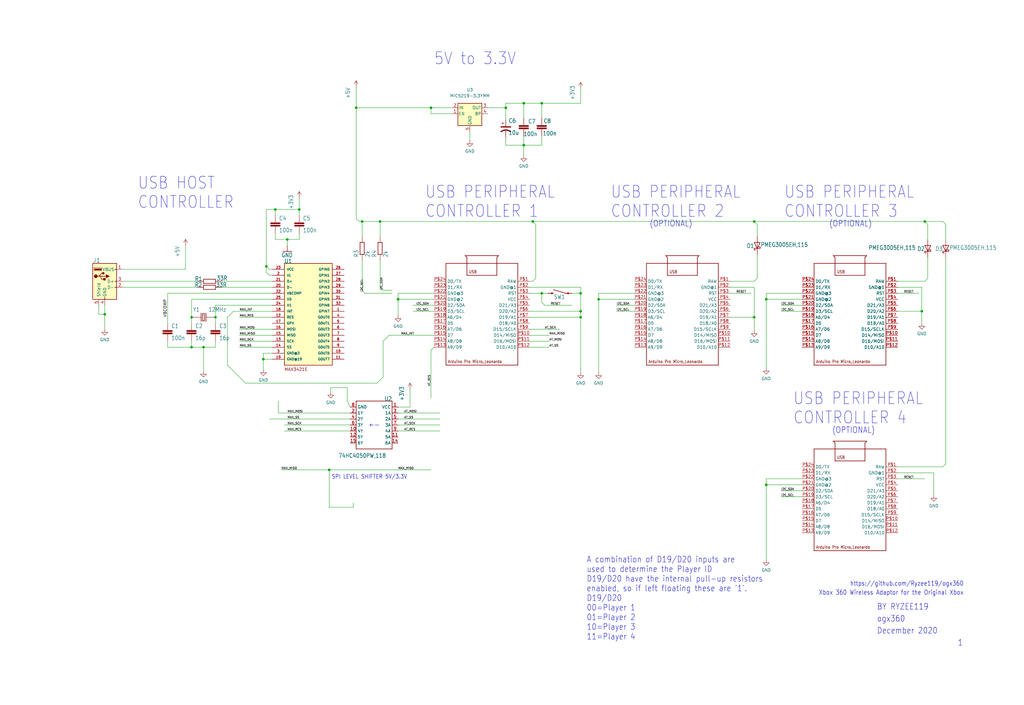
<source format=kicad_sch>
(kicad_sch (version 20211123) (generator eeschema)

  (uuid b4f02e5f-2af5-4b55-a2f8-e1c107054939)

  (paper "User" 434.518 299.161)

  (lib_symbols
    (symbol "Connector:USB_A" (pin_names (offset 1.016)) (in_bom yes) (on_board yes)
      (property "Reference" "J" (id 0) (at -5.08 11.43 0)
        (effects (font (size 1.27 1.27)) (justify left))
      )
      (property "Value" "USB_A" (id 1) (at -5.08 8.89 0)
        (effects (font (size 1.27 1.27)) (justify left))
      )
      (property "Footprint" "" (id 2) (at 3.81 -1.27 0)
        (effects (font (size 1.27 1.27)) hide)
      )
      (property "Datasheet" " ~" (id 3) (at 3.81 -1.27 0)
        (effects (font (size 1.27 1.27)) hide)
      )
      (property "ki_keywords" "connector USB" (id 4) (at 0 0 0)
        (effects (font (size 1.27 1.27)) hide)
      )
      (property "ki_description" "USB Type A connector" (id 5) (at 0 0 0)
        (effects (font (size 1.27 1.27)) hide)
      )
      (property "ki_fp_filters" "USB*" (id 6) (at 0 0 0)
        (effects (font (size 1.27 1.27)) hide)
      )
      (symbol "USB_A_0_1"
        (rectangle (start -5.08 -7.62) (end 5.08 7.62)
          (stroke (width 0.254) (type default) (color 0 0 0 0))
          (fill (type background))
        )
        (circle (center -3.81 2.159) (radius 0.635)
          (stroke (width 0.254) (type default) (color 0 0 0 0))
          (fill (type outline))
        )
        (rectangle (start -1.524 4.826) (end -4.318 5.334)
          (stroke (width 0) (type default) (color 0 0 0 0))
          (fill (type outline))
        )
        (rectangle (start -1.27 4.572) (end -4.572 5.842)
          (stroke (width 0) (type default) (color 0 0 0 0))
          (fill (type none))
        )
        (circle (center -0.635 3.429) (radius 0.381)
          (stroke (width 0.254) (type default) (color 0 0 0 0))
          (fill (type outline))
        )
        (rectangle (start -0.127 -7.62) (end 0.127 -6.858)
          (stroke (width 0) (type default) (color 0 0 0 0))
          (fill (type none))
        )
        (polyline
          (pts
            (xy -3.175 2.159)
            (xy -2.54 2.159)
            (xy -1.27 3.429)
            (xy -0.635 3.429)
          )
          (stroke (width 0.254) (type default) (color 0 0 0 0))
          (fill (type none))
        )
        (polyline
          (pts
            (xy -2.54 2.159)
            (xy -1.905 2.159)
            (xy -1.27 0.889)
            (xy 0 0.889)
          )
          (stroke (width 0.254) (type default) (color 0 0 0 0))
          (fill (type none))
        )
        (polyline
          (pts
            (xy 0.635 2.794)
            (xy 0.635 1.524)
            (xy 1.905 2.159)
            (xy 0.635 2.794)
          )
          (stroke (width 0.254) (type default) (color 0 0 0 0))
          (fill (type outline))
        )
        (rectangle (start 0.254 1.27) (end -0.508 0.508)
          (stroke (width 0.254) (type default) (color 0 0 0 0))
          (fill (type outline))
        )
        (rectangle (start 5.08 -2.667) (end 4.318 -2.413)
          (stroke (width 0) (type default) (color 0 0 0 0))
          (fill (type none))
        )
        (rectangle (start 5.08 -0.127) (end 4.318 0.127)
          (stroke (width 0) (type default) (color 0 0 0 0))
          (fill (type none))
        )
        (rectangle (start 5.08 4.953) (end 4.318 5.207)
          (stroke (width 0) (type default) (color 0 0 0 0))
          (fill (type none))
        )
      )
      (symbol "USB_A_1_1"
        (polyline
          (pts
            (xy -1.905 2.159)
            (xy 0.635 2.159)
          )
          (stroke (width 0.254) (type default) (color 0 0 0 0))
          (fill (type none))
        )
        (pin power_in line (at 7.62 5.08 180) (length 2.54)
          (name "VBUS" (effects (font (size 1.27 1.27))))
          (number "1" (effects (font (size 1.27 1.27))))
        )
        (pin bidirectional line (at 7.62 -2.54 180) (length 2.54)
          (name "D-" (effects (font (size 1.27 1.27))))
          (number "2" (effects (font (size 1.27 1.27))))
        )
        (pin bidirectional line (at 7.62 0 180) (length 2.54)
          (name "D+" (effects (font (size 1.27 1.27))))
          (number "3" (effects (font (size 1.27 1.27))))
        )
        (pin power_in line (at 0 -10.16 90) (length 2.54)
          (name "GND" (effects (font (size 1.27 1.27))))
          (number "4" (effects (font (size 1.27 1.27))))
        )
        (pin passive line (at -2.54 -10.16 90) (length 2.54)
          (name "Shield" (effects (font (size 1.27 1.27))))
          (number "5" (effects (font (size 1.27 1.27))))
        )
      )
    )
    (symbol "Device:C_Polarized_US" (pin_numbers hide) (pin_names (offset 0.254) hide) (in_bom yes) (on_board yes)
      (property "Reference" "C" (id 0) (at 0.635 2.54 0)
        (effects (font (size 1.27 1.27)) (justify left))
      )
      (property "Value" "C_Polarized_US" (id 1) (at 0.635 -2.54 0)
        (effects (font (size 1.27 1.27)) (justify left))
      )
      (property "Footprint" "" (id 2) (at 0 0 0)
        (effects (font (size 1.27 1.27)) hide)
      )
      (property "Datasheet" "~" (id 3) (at 0 0 0)
        (effects (font (size 1.27 1.27)) hide)
      )
      (property "ki_keywords" "cap capacitor" (id 4) (at 0 0 0)
        (effects (font (size 1.27 1.27)) hide)
      )
      (property "ki_description" "Polarized capacitor, US symbol" (id 5) (at 0 0 0)
        (effects (font (size 1.27 1.27)) hide)
      )
      (property "ki_fp_filters" "CP_*" (id 6) (at 0 0 0)
        (effects (font (size 1.27 1.27)) hide)
      )
      (symbol "C_Polarized_US_0_1"
        (polyline
          (pts
            (xy -2.032 0.762)
            (xy 2.032 0.762)
          )
          (stroke (width 0.508) (type default) (color 0 0 0 0))
          (fill (type none))
        )
        (polyline
          (pts
            (xy -1.778 2.286)
            (xy -0.762 2.286)
          )
          (stroke (width 0) (type default) (color 0 0 0 0))
          (fill (type none))
        )
        (polyline
          (pts
            (xy -1.27 1.778)
            (xy -1.27 2.794)
          )
          (stroke (width 0) (type default) (color 0 0 0 0))
          (fill (type none))
        )
        (arc (start 2.032 -1.27) (mid 0 -0.5572) (end -2.032 -1.27)
          (stroke (width 0.508) (type default) (color 0 0 0 0))
          (fill (type none))
        )
      )
      (symbol "C_Polarized_US_1_1"
        (pin passive line (at 0 3.81 270) (length 2.794)
          (name "~" (effects (font (size 1.27 1.27))))
          (number "1" (effects (font (size 1.27 1.27))))
        )
        (pin passive line (at 0 -3.81 90) (length 3.302)
          (name "~" (effects (font (size 1.27 1.27))))
          (number "2" (effects (font (size 1.27 1.27))))
        )
      )
    )
    (symbol "Device:D_Schottky" (pin_numbers hide) (pin_names (offset 1.016) hide) (in_bom yes) (on_board yes)
      (property "Reference" "D" (id 0) (at 0 2.54 0)
        (effects (font (size 1.27 1.27)))
      )
      (property "Value" "D_Schottky" (id 1) (at 0 -2.54 0)
        (effects (font (size 1.27 1.27)))
      )
      (property "Footprint" "" (id 2) (at 0 0 0)
        (effects (font (size 1.27 1.27)) hide)
      )
      (property "Datasheet" "~" (id 3) (at 0 0 0)
        (effects (font (size 1.27 1.27)) hide)
      )
      (property "ki_keywords" "diode Schottky" (id 4) (at 0 0 0)
        (effects (font (size 1.27 1.27)) hide)
      )
      (property "ki_description" "Schottky diode" (id 5) (at 0 0 0)
        (effects (font (size 1.27 1.27)) hide)
      )
      (property "ki_fp_filters" "TO-???* *_Diode_* *SingleDiode* D_*" (id 6) (at 0 0 0)
        (effects (font (size 1.27 1.27)) hide)
      )
      (symbol "D_Schottky_0_1"
        (polyline
          (pts
            (xy 1.27 0)
            (xy -1.27 0)
          )
          (stroke (width 0) (type default) (color 0 0 0 0))
          (fill (type none))
        )
        (polyline
          (pts
            (xy 1.27 1.27)
            (xy 1.27 -1.27)
            (xy -1.27 0)
            (xy 1.27 1.27)
          )
          (stroke (width 0.254) (type default) (color 0 0 0 0))
          (fill (type none))
        )
        (polyline
          (pts
            (xy -1.905 0.635)
            (xy -1.905 1.27)
            (xy -1.27 1.27)
            (xy -1.27 -1.27)
            (xy -0.635 -1.27)
            (xy -0.635 -0.635)
          )
          (stroke (width 0.254) (type default) (color 0 0 0 0))
          (fill (type none))
        )
      )
      (symbol "D_Schottky_1_1"
        (pin passive line (at -3.81 0 0) (length 2.54)
          (name "K" (effects (font (size 1.27 1.27))))
          (number "1" (effects (font (size 1.27 1.27))))
        )
        (pin passive line (at 3.81 0 180) (length 2.54)
          (name "A" (effects (font (size 1.27 1.27))))
          (number "2" (effects (font (size 1.27 1.27))))
        )
      )
    )
    (symbol "MAX3421E:MAX3421E" (pin_names (offset 1.016)) (in_bom yes) (on_board yes)
      (property "Reference" "U" (id 0) (at -10.16 20.7264 0)
        (effects (font (size 1.27 1.27)) (justify left bottom))
      )
      (property "Value" "MAX3421E" (id 1) (at 2.54 -25.4 0)
        (effects (font (size 1.27 1.27)) (justify left bottom) hide)
      )
      (property "Footprint" "TQFP32-5MM" (id 2) (at -2.54 20.32 0)
        (effects (font (size 1.27 1.27)) (justify left bottom) hide)
      )
      (property "Datasheet" "" (id 3) (at 0 0 0)
        (effects (font (size 1.27 1.27)) (justify left bottom) hide)
      )
      (property "ki_locked" "" (id 4) (at 0 0 0)
        (effects (font (size 1.27 1.27)))
      )
      (symbol "MAX3421E_0_0"
        (rectangle (start -10.16 -22.86) (end 10.16 20.32)
          (stroke (width 0.254) (type default) (color 0 0 0 0))
          (fill (type background))
        )
        (text "MAX3421E" (at -10.16 -25.4 0)
          (effects (font (size 1.27 1.27)) (justify left bottom))
        )
        (pin bidirectional line (at 15.24 0 180) (length 5.08)
          (name "GPIN7" (effects (font (size 1.016 1.016))))
          (number "1" (effects (font (size 1.016 1.016))))
        )
        (pin bidirectional line (at 15.24 -17.78 180) (length 5.08)
          (name "GOUT6" (effects (font (size 1.016 1.016))))
          (number "10" (effects (font (size 1.016 1.016))))
        )
        (pin bidirectional line (at 15.24 -20.32 180) (length 5.08)
          (name "GOUT7" (effects (font (size 1.016 1.016))))
          (number "11" (effects (font (size 1.016 1.016))))
        )
        (pin bidirectional line (at -15.24 -2.54 0) (length 5.08)
          (name "RES" (effects (font (size 1.016 1.016))))
          (number "12" (effects (font (size 1.016 1.016))))
        )
        (pin bidirectional line (at -15.24 -12.7 0) (length 5.08)
          (name "SCK" (effects (font (size 1.016 1.016))))
          (number "13" (effects (font (size 1.016 1.016))))
        )
        (pin bidirectional line (at -15.24 -15.24 0) (length 5.08)
          (name "SS" (effects (font (size 1.016 1.016))))
          (number "14" (effects (font (size 1.016 1.016))))
        )
        (pin bidirectional line (at -15.24 -10.16 0) (length 5.08)
          (name "MISO" (effects (font (size 1.016 1.016))))
          (number "15" (effects (font (size 1.016 1.016))))
        )
        (pin bidirectional line (at -15.24 -7.62 0) (length 5.08)
          (name "MOSI" (effects (font (size 1.016 1.016))))
          (number "16" (effects (font (size 1.016 1.016))))
        )
        (pin bidirectional line (at -15.24 -5.08 0) (length 5.08)
          (name "GPX" (effects (font (size 1.016 1.016))))
          (number "17" (effects (font (size 1.016 1.016))))
        )
        (pin bidirectional line (at -15.24 0 0) (length 5.08)
          (name "INT" (effects (font (size 1.016 1.016))))
          (number "18" (effects (font (size 1.016 1.016))))
        )
        (pin bidirectional line (at -15.24 -20.32 0) (length 5.08)
          (name "GND@19" (effects (font (size 1.016 1.016))))
          (number "19" (effects (font (size 1.016 1.016))))
        )
        (pin bidirectional line (at -15.24 15.24 0) (length 5.08)
          (name "VL" (effects (font (size 1.016 1.016))))
          (number "2" (effects (font (size 1.016 1.016))))
        )
        (pin bidirectional line (at -15.24 10.16 0) (length 5.08)
          (name "D-" (effects (font (size 1.016 1.016))))
          (number "20" (effects (font (size 1.016 1.016))))
        )
        (pin bidirectional line (at -15.24 12.7 0) (length 5.08)
          (name "D+" (effects (font (size 1.016 1.016))))
          (number "21" (effects (font (size 1.016 1.016))))
        )
        (pin bidirectional line (at -15.24 7.62 0) (length 5.08)
          (name "VBCOMP" (effects (font (size 1.016 1.016))))
          (number "22" (effects (font (size 1.016 1.016))))
        )
        (pin bidirectional line (at -15.24 17.78 0) (length 5.08)
          (name "VCC" (effects (font (size 1.016 1.016))))
          (number "23" (effects (font (size 1.016 1.016))))
        )
        (pin bidirectional line (at -15.24 2.54 0) (length 5.08)
          (name "X1" (effects (font (size 1.016 1.016))))
          (number "24" (effects (font (size 1.016 1.016))))
        )
        (pin bidirectional line (at -15.24 5.08 0) (length 5.08)
          (name "X0" (effects (font (size 1.016 1.016))))
          (number "25" (effects (font (size 1.016 1.016))))
        )
        (pin bidirectional line (at 15.24 17.78 180) (length 5.08)
          (name "GPIN0" (effects (font (size 1.016 1.016))))
          (number "26" (effects (font (size 1.016 1.016))))
        )
        (pin bidirectional line (at 15.24 15.24 180) (length 5.08)
          (name "GPIN1" (effects (font (size 1.016 1.016))))
          (number "27" (effects (font (size 1.016 1.016))))
        )
        (pin bidirectional line (at 15.24 12.7 180) (length 5.08)
          (name "GPIN2" (effects (font (size 1.016 1.016))))
          (number "28" (effects (font (size 1.016 1.016))))
        )
        (pin bidirectional line (at 15.24 10.16 180) (length 5.08)
          (name "GPIN3" (effects (font (size 1.016 1.016))))
          (number "29" (effects (font (size 1.016 1.016))))
        )
        (pin bidirectional line (at -15.24 -17.78 0) (length 5.08)
          (name "GND@3" (effects (font (size 1.016 1.016))))
          (number "3" (effects (font (size 1.016 1.016))))
        )
        (pin bidirectional line (at 15.24 7.62 180) (length 5.08)
          (name "GPIN4" (effects (font (size 1.016 1.016))))
          (number "30" (effects (font (size 1.016 1.016))))
        )
        (pin bidirectional line (at 15.24 5.08 180) (length 5.08)
          (name "GPIN5" (effects (font (size 1.016 1.016))))
          (number "31" (effects (font (size 1.016 1.016))))
        )
        (pin bidirectional line (at 15.24 2.54 180) (length 5.08)
          (name "GPIN6" (effects (font (size 1.016 1.016))))
          (number "32" (effects (font (size 1.016 1.016))))
        )
        (pin bidirectional line (at 15.24 -2.54 180) (length 5.08)
          (name "GOUT0" (effects (font (size 1.016 1.016))))
          (number "4" (effects (font (size 1.016 1.016))))
        )
        (pin bidirectional line (at 15.24 -5.08 180) (length 5.08)
          (name "GOUT1" (effects (font (size 1.016 1.016))))
          (number "5" (effects (font (size 1.016 1.016))))
        )
        (pin bidirectional line (at 15.24 -7.62 180) (length 5.08)
          (name "GOUT2" (effects (font (size 1.016 1.016))))
          (number "6" (effects (font (size 1.016 1.016))))
        )
        (pin bidirectional line (at 15.24 -10.16 180) (length 5.08)
          (name "GOUT3" (effects (font (size 1.016 1.016))))
          (number "7" (effects (font (size 1.016 1.016))))
        )
        (pin bidirectional line (at 15.24 -12.7 180) (length 5.08)
          (name "GOUT4" (effects (font (size 1.016 1.016))))
          (number "8" (effects (font (size 1.016 1.016))))
        )
        (pin bidirectional line (at 15.24 -15.24 180) (length 5.08)
          (name "GOUT5" (effects (font (size 1.016 1.016))))
          (number "9" (effects (font (size 1.016 1.016))))
        )
      )
    )
    (symbol "Regulator_Linear:MIC5219-3.3YMM" (pin_names (offset 0.254)) (in_bom yes) (on_board yes)
      (property "Reference" "U" (id 0) (at -3.81 5.715 0)
        (effects (font (size 1.27 1.27)))
      )
      (property "Value" "MIC5219-3.3YMM" (id 1) (at 0 5.715 0)
        (effects (font (size 1.27 1.27)) (justify left))
      )
      (property "Footprint" "Package_SO:MSOP-8_3x3mm_P0.65mm" (id 2) (at 0 8.255 0)
        (effects (font (size 1.27 1.27)) hide)
      )
      (property "Datasheet" "http://ww1.microchip.com/downloads/en/DeviceDoc/MIC5219-500mA-Peak-Output-LDO-Regulator-DS20006021A.pdf" (id 3) (at 0 0 0)
        (effects (font (size 1.27 1.27)) hide)
      )
      (property "ki_keywords" "500mA ultra-low-noise LDO linear voltage regulator fixed positive" (id 4) (at 0 0 0)
        (effects (font (size 1.27 1.27)) hide)
      )
      (property "ki_description" "500mA low dropout linear regulator, fixed 3.3V output, MSOP-8" (id 5) (at 0 0 0)
        (effects (font (size 1.27 1.27)) hide)
      )
      (property "ki_fp_filters" "MSOP*3x3mm*P0.65mm*" (id 6) (at 0 0 0)
        (effects (font (size 1.27 1.27)) hide)
      )
      (symbol "MIC5219-3.3YMM_0_1"
        (rectangle (start -5.08 4.445) (end 5.08 -5.08)
          (stroke (width 0.254) (type default) (color 0 0 0 0))
          (fill (type background))
        )
      )
      (symbol "MIC5219-3.3YMM_1_1"
        (pin input line (at -7.62 0 0) (length 2.54)
          (name "EN" (effects (font (size 1.27 1.27))))
          (number "1" (effects (font (size 1.27 1.27))))
        )
        (pin power_in line (at -7.62 2.54 0) (length 2.54)
          (name "IN" (effects (font (size 1.27 1.27))))
          (number "2" (effects (font (size 1.27 1.27))))
        )
        (pin power_out line (at 7.62 2.54 180) (length 2.54)
          (name "OUT" (effects (font (size 1.27 1.27))))
          (number "3" (effects (font (size 1.27 1.27))))
        )
        (pin input line (at 7.62 0 180) (length 2.54)
          (name "BP" (effects (font (size 1.27 1.27))))
          (number "4" (effects (font (size 1.27 1.27))))
        )
        (pin power_in line (at 0 -7.62 90) (length 2.54)
          (name "GND" (effects (font (size 1.27 1.27))))
          (number "5" (effects (font (size 1.27 1.27))))
        )
        (pin passive line (at 0 -7.62 90) (length 2.54) hide
          (name "GND" (effects (font (size 1.27 1.27))))
          (number "6" (effects (font (size 1.27 1.27))))
        )
        (pin passive line (at 0 -7.62 90) (length 2.54) hide
          (name "GND" (effects (font (size 1.27 1.27))))
          (number "7" (effects (font (size 1.27 1.27))))
        )
        (pin passive line (at 0 -7.62 90) (length 2.54) hide
          (name "GND" (effects (font (size 1.27 1.27))))
          (number "8" (effects (font (size 1.27 1.27))))
        )
      )
    )
    (symbol "ogx360-eagle-import:ARDUINO_LEONARDO_MICRO" (in_bom yes) (on_board yes)
      (property "Reference" "U" (id 0) (at 0 0 0)
        (effects (font (size 1.27 1.27)) hide)
      )
      (property "Value" "ARDUINO_LEONARDO_MICRO" (id 1) (at 0 0 0)
        (effects (font (size 1.27 1.27)) hide)
      )
      (property "Footprint" "ogx360:ARDUINO_LEONARDO_MICRO" (id 2) (at 0 0 0)
        (effects (font (size 1.27 1.27)) hide)
      )
      (property "Datasheet" "" (id 3) (at 0 0 0)
        (effects (font (size 1.27 1.27)) hide)
      )
      (property "ki_locked" "" (id 4) (at 0 0 0)
        (effects (font (size 1.27 1.27)))
      )
      (symbol "ARDUINO_LEONARDO_MICRO_1_0"
        (polyline
          (pts
            (xy 0 0)
            (xy 0 43.18)
          )
          (stroke (width 0.254) (type default) (color 0 0 0 0))
          (fill (type none))
        )
        (polyline
          (pts
            (xy 0 43.18)
            (xy 30.48 43.18)
          )
          (stroke (width 0.254) (type default) (color 0 0 0 0))
          (fill (type none))
        )
        (polyline
          (pts
            (xy 8.128 46.482)
            (xy 8.89 45.72)
          )
          (stroke (width 0.254) (type default) (color 0 0 0 0))
          (fill (type none))
        )
        (polyline
          (pts
            (xy 8.89 38.1)
            (xy 21.59 38.1)
          )
          (stroke (width 0.254) (type default) (color 0 0 0 0))
          (fill (type none))
        )
        (polyline
          (pts
            (xy 8.89 45.72)
            (xy 8.89 38.1)
          )
          (stroke (width 0.254) (type default) (color 0 0 0 0))
          (fill (type none))
        )
        (polyline
          (pts
            (xy 21.59 38.1)
            (xy 21.59 45.72)
          )
          (stroke (width 0.254) (type default) (color 0 0 0 0))
          (fill (type none))
        )
        (polyline
          (pts
            (xy 21.59 45.72)
            (xy 22.352 46.482)
          )
          (stroke (width 0.254) (type default) (color 0 0 0 0))
          (fill (type none))
        )
        (polyline
          (pts
            (xy 22.352 46.482)
            (xy 8.128 46.482)
          )
          (stroke (width 0.254) (type default) (color 0 0 0 0))
          (fill (type none))
        )
        (polyline
          (pts
            (xy 30.48 0)
            (xy 0 0)
          )
          (stroke (width 0.254) (type default) (color 0 0 0 0))
          (fill (type none))
        )
        (polyline
          (pts
            (xy 30.48 43.18)
            (xy 30.48 0)
          )
          (stroke (width 0.254) (type default) (color 0 0 0 0))
          (fill (type none))
        )
        (text "Arduino Pro Micro_Leonardo" (at 0.762 0.762 0)
          (effects (font (size 1.27 1.0795)) (justify left bottom))
        )
        (text "USB" (at 9.652 38.862 0)
          (effects (font (size 1.27 1.0795)) (justify left bottom))
        )
        (pin bidirectional line (at 35.56 35.56 180) (length 5.08)
          (name "RAW" (effects (font (size 1.27 1.27))))
          (number "P$1" (effects (font (size 1.27 1.27))))
        )
        (pin bidirectional line (at 35.56 12.7 180) (length 5.08)
          (name "D14/MISO" (effects (font (size 1.27 1.27))))
          (number "P$10" (effects (font (size 1.27 1.27))))
        )
        (pin bidirectional line (at 35.56 10.16 180) (length 5.08)
          (name "D16/MOSI" (effects (font (size 1.27 1.27))))
          (number "P$11" (effects (font (size 1.27 1.27))))
        )
        (pin bidirectional line (at 35.56 7.62 180) (length 5.08)
          (name "D10/A10" (effects (font (size 1.27 1.27))))
          (number "P$12" (effects (font (size 1.27 1.27))))
        )
        (pin bidirectional line (at -5.08 7.62 0) (length 5.08)
          (name "A9/D9" (effects (font (size 1.27 1.27))))
          (number "P$13" (effects (font (size 1.27 1.27))))
        )
        (pin bidirectional line (at -5.08 10.16 0) (length 5.08)
          (name "A8/D8" (effects (font (size 1.27 1.27))))
          (number "P$14" (effects (font (size 1.27 1.27))))
        )
        (pin bidirectional line (at -5.08 12.7 0) (length 5.08)
          (name "D7" (effects (font (size 1.27 1.27))))
          (number "P$15" (effects (font (size 1.27 1.27))))
        )
        (pin bidirectional line (at -5.08 15.24 0) (length 5.08)
          (name "A7/D6" (effects (font (size 1.27 1.27))))
          (number "P$16" (effects (font (size 1.27 1.27))))
        )
        (pin bidirectional line (at -5.08 17.78 0) (length 5.08)
          (name "D5" (effects (font (size 1.27 1.27))))
          (number "P$17" (effects (font (size 1.27 1.27))))
        )
        (pin bidirectional line (at -5.08 20.32 0) (length 5.08)
          (name "A6/D4" (effects (font (size 1.27 1.27))))
          (number "P$18" (effects (font (size 1.27 1.27))))
        )
        (pin bidirectional line (at -5.08 22.86 0) (length 5.08)
          (name "D3/SCL" (effects (font (size 1.27 1.27))))
          (number "P$19" (effects (font (size 1.27 1.27))))
        )
        (pin bidirectional line (at 35.56 33.02 180) (length 5.08)
          (name "GND@1" (effects (font (size 1.27 1.27))))
          (number "P$2" (effects (font (size 1.27 1.27))))
        )
        (pin bidirectional line (at -5.08 25.4 0) (length 5.08)
          (name "D2/SDA" (effects (font (size 1.27 1.27))))
          (number "P$20" (effects (font (size 1.27 1.27))))
        )
        (pin bidirectional line (at -5.08 27.94 0) (length 5.08)
          (name "GND@2" (effects (font (size 1.27 1.27))))
          (number "P$21" (effects (font (size 1.27 1.27))))
        )
        (pin bidirectional line (at -5.08 30.48 0) (length 5.08)
          (name "GND@3" (effects (font (size 1.27 1.27))))
          (number "P$22" (effects (font (size 1.27 1.27))))
        )
        (pin bidirectional line (at -5.08 33.02 0) (length 5.08)
          (name "D1/RX" (effects (font (size 1.27 1.27))))
          (number "P$23" (effects (font (size 1.27 1.27))))
        )
        (pin bidirectional line (at -5.08 35.56 0) (length 5.08)
          (name "D0/TX" (effects (font (size 1.27 1.27))))
          (number "P$24" (effects (font (size 1.27 1.27))))
        )
        (pin bidirectional line (at 35.56 30.48 180) (length 5.08)
          (name "RST" (effects (font (size 1.27 1.27))))
          (number "P$3" (effects (font (size 1.27 1.27))))
        )
        (pin bidirectional line (at 35.56 27.94 180) (length 5.08)
          (name "VCC" (effects (font (size 1.27 1.27))))
          (number "P$4" (effects (font (size 1.27 1.27))))
        )
        (pin bidirectional line (at 35.56 25.4 180) (length 5.08)
          (name "D21/A3" (effects (font (size 1.27 1.27))))
          (number "P$5" (effects (font (size 1.27 1.27))))
        )
        (pin bidirectional line (at 35.56 22.86 180) (length 5.08)
          (name "D20/A2" (effects (font (size 1.27 1.27))))
          (number "P$6" (effects (font (size 1.27 1.27))))
        )
        (pin bidirectional line (at 35.56 20.32 180) (length 5.08)
          (name "D19/A1" (effects (font (size 1.27 1.27))))
          (number "P$7" (effects (font (size 1.27 1.27))))
        )
        (pin bidirectional line (at 35.56 17.78 180) (length 5.08)
          (name "D18/A0" (effects (font (size 1.27 1.27))))
          (number "P$8" (effects (font (size 1.27 1.27))))
        )
        (pin bidirectional line (at 35.56 15.24 180) (length 5.08)
          (name "D15/SCLK" (effects (font (size 1.27 1.27))))
          (number "P$9" (effects (font (size 1.27 1.27))))
        )
      )
    )
    (symbol "ogx360-eagle-import:C-EUC0805" (in_bom yes) (on_board yes)
      (property "Reference" "C" (id 0) (at 1.524 0.381 0)
        (effects (font (size 1.778 1.5113)) (justify left bottom))
      )
      (property "Value" "C-EUC0805" (id 1) (at 1.524 -4.699 0)
        (effects (font (size 1.778 1.5113)) (justify left bottom))
      )
      (property "Footprint" "ogx360:C0805" (id 2) (at 0 0 0)
        (effects (font (size 1.27 1.27)) hide)
      )
      (property "Datasheet" "" (id 3) (at 0 0 0)
        (effects (font (size 1.27 1.27)) hide)
      )
      (property "ki_locked" "" (id 4) (at 0 0 0)
        (effects (font (size 1.27 1.27)))
      )
      (symbol "C-EUC0805_1_0"
        (rectangle (start -2.032 -2.032) (end 2.032 -1.524)
          (stroke (width 0) (type default) (color 0 0 0 0))
          (fill (type outline))
        )
        (rectangle (start -2.032 -1.016) (end 2.032 -0.508)
          (stroke (width 0) (type default) (color 0 0 0 0))
          (fill (type outline))
        )
        (polyline
          (pts
            (xy 0 -2.54)
            (xy 0 -2.032)
          )
          (stroke (width 0.1524) (type default) (color 0 0 0 0))
          (fill (type none))
        )
        (polyline
          (pts
            (xy 0 0)
            (xy 0 -0.508)
          )
          (stroke (width 0.1524) (type default) (color 0 0 0 0))
          (fill (type none))
        )
        (pin passive line (at 0 2.54 270) (length 2.54)
          (name "1" (effects (font (size 0 0))))
          (number "1" (effects (font (size 0 0))))
        )
        (pin passive line (at 0 -5.08 90) (length 2.54)
          (name "2" (effects (font (size 0 0))))
          (number "2" (effects (font (size 0 0))))
        )
      )
    )
    (symbol "ogx360-eagle-import:ECS-250-18-5PX-JEM-TR" (in_bom yes) (on_board yes)
      (property "Reference" "Y" (id 0) (at -5.0868 3.8151 0)
        (effects (font (size 1.7804 1.5133)) (justify left bottom))
      )
      (property "Value" "ECS-250-18-5PX-JEM-TR" (id 1) (at -5.0903 -5.0903 0)
        (effects (font (size 1.7816 1.5143)) (justify left bottom))
      )
      (property "Footprint" "ogx360:XTAL_ECS-250-18-5PX-JEM-TR" (id 2) (at 0 0 0)
        (effects (font (size 1.27 1.27)) hide)
      )
      (property "Datasheet" "" (id 3) (at 0 0 0)
        (effects (font (size 1.27 1.27)) hide)
      )
      (property "ki_locked" "" (id 4) (at 0 0 0)
        (effects (font (size 1.27 1.27)))
      )
      (symbol "ECS-250-18-5PX-JEM-TR_1_0"
        (polyline
          (pts
            (xy -2.54 0)
            (xy -1.016 0)
          )
          (stroke (width 0.1524) (type default) (color 0 0 0 0))
          (fill (type none))
        )
        (polyline
          (pts
            (xy -1.016 1.778)
            (xy -1.016 -1.778)
          )
          (stroke (width 0.254) (type default) (color 0 0 0 0))
          (fill (type none))
        )
        (polyline
          (pts
            (xy -0.381 -1.524)
            (xy 0.381 -1.524)
          )
          (stroke (width 0.254) (type default) (color 0 0 0 0))
          (fill (type none))
        )
        (polyline
          (pts
            (xy -0.381 1.524)
            (xy -0.381 -1.524)
          )
          (stroke (width 0.254) (type default) (color 0 0 0 0))
          (fill (type none))
        )
        (polyline
          (pts
            (xy 0.381 -1.524)
            (xy 0.381 1.524)
          )
          (stroke (width 0.254) (type default) (color 0 0 0 0))
          (fill (type none))
        )
        (polyline
          (pts
            (xy 0.381 1.524)
            (xy -0.381 1.524)
          )
          (stroke (width 0.254) (type default) (color 0 0 0 0))
          (fill (type none))
        )
        (polyline
          (pts
            (xy 1.016 0)
            (xy 2.54 0)
          )
          (stroke (width 0.1524) (type default) (color 0 0 0 0))
          (fill (type none))
        )
        (polyline
          (pts
            (xy 1.016 1.778)
            (xy 1.016 -1.778)
          )
          (stroke (width 0.254) (type default) (color 0 0 0 0))
          (fill (type none))
        )
        (pin passive line (at -5.08 0 0) (length 2.54)
          (name "1" (effects (font (size 0 0))))
          (number "1" (effects (font (size 0 0))))
        )
        (pin passive line (at 5.08 0 180) (length 2.54)
          (name "2" (effects (font (size 0 0))))
          (number "2" (effects (font (size 0 0))))
        )
      )
    )
    (symbol "ogx360-eagle-import:GND" (power) (in_bom yes) (on_board yes)
      (property "Reference" "#GND" (id 0) (at 0 0 0)
        (effects (font (size 1.27 1.27)) hide)
      )
      (property "Value" "GND" (id 1) (at -2.54 -2.54 0)
        (effects (font (size 1.778 1.5113)) (justify left bottom))
      )
      (property "Footprint" "ogx360:" (id 2) (at 0 0 0)
        (effects (font (size 1.27 1.27)) hide)
      )
      (property "Datasheet" "" (id 3) (at 0 0 0)
        (effects (font (size 1.27 1.27)) hide)
      )
      (property "ki_locked" "" (id 4) (at 0 0 0)
        (effects (font (size 1.27 1.27)))
      )
      (symbol "GND_1_0"
        (polyline
          (pts
            (xy -1.905 0)
            (xy 1.905 0)
          )
          (stroke (width 0.254) (type default) (color 0 0 0 0))
          (fill (type none))
        )
        (pin power_in line (at 0 2.54 270) (length 2.54)
          (name "GND" (effects (font (size 0 0))))
          (number "1" (effects (font (size 0 0))))
        )
      )
    )
    (symbol "ogx360-eagle-import:HEX_CONVERTER" (in_bom yes) (on_board yes)
      (property "Reference" "U" (id 0) (at -7.62 10.16 0)
        (effects (font (size 1.778 1.5113)) (justify left bottom))
      )
      (property "Value" "HEX_CONVERTER" (id 1) (at -7.62 -12.7 0)
        (effects (font (size 1.778 1.5113)) (justify left bottom))
      )
      (property "Footprint" "ogx360:SO16" (id 2) (at 0 0 0)
        (effects (font (size 1.27 1.27)) hide)
      )
      (property "Datasheet" "" (id 3) (at 0 0 0)
        (effects (font (size 1.27 1.27)) hide)
      )
      (property "ki_locked" "" (id 4) (at 0 0 0)
        (effects (font (size 1.27 1.27)))
      )
      (symbol "HEX_CONVERTER_1_0"
        (polyline
          (pts
            (xy -7.62 -10.16)
            (xy -7.62 10.16)
          )
          (stroke (width 0.254) (type default) (color 0 0 0 0))
          (fill (type none))
        )
        (polyline
          (pts
            (xy -7.62 10.16)
            (xy 7.62 10.16)
          )
          (stroke (width 0.254) (type default) (color 0 0 0 0))
          (fill (type none))
        )
        (polyline
          (pts
            (xy 7.62 -10.16)
            (xy -7.62 -10.16)
          )
          (stroke (width 0.254) (type default) (color 0 0 0 0))
          (fill (type none))
        )
        (polyline
          (pts
            (xy 7.62 10.16)
            (xy 7.62 -10.16)
          )
          (stroke (width 0.254) (type default) (color 0 0 0 0))
          (fill (type none))
        )
        (pin bidirectional line (at -10.16 7.62 0) (length 2.54)
          (name "VCC" (effects (font (size 1.27 1.27))))
          (number "1" (effects (font (size 1.27 1.27))))
        )
        (pin bidirectional line (at 10.16 -2.54 180) (length 2.54)
          (name "4Y" (effects (font (size 1.27 1.27))))
          (number "10" (effects (font (size 1.27 1.27))))
        )
        (pin bidirectional line (at -10.16 -5.08 0) (length 2.54)
          (name "5A" (effects (font (size 1.27 1.27))))
          (number "11" (effects (font (size 1.27 1.27))))
        )
        (pin bidirectional line (at 10.16 -5.08 180) (length 2.54)
          (name "5Y" (effects (font (size 1.27 1.27))))
          (number "12" (effects (font (size 1.27 1.27))))
        )
        (pin bidirectional line (at -10.16 -7.62 0) (length 2.54)
          (name "6A" (effects (font (size 1.27 1.27))))
          (number "14" (effects (font (size 1.27 1.27))))
        )
        (pin bidirectional line (at 10.16 -7.62 180) (length 2.54)
          (name "6Y" (effects (font (size 1.27 1.27))))
          (number "15" (effects (font (size 1.27 1.27))))
        )
        (pin bidirectional line (at 10.16 5.08 180) (length 2.54)
          (name "1Y" (effects (font (size 1.27 1.27))))
          (number "2" (effects (font (size 1.27 1.27))))
        )
        (pin bidirectional line (at -10.16 5.08 0) (length 2.54)
          (name "1A" (effects (font (size 1.27 1.27))))
          (number "3" (effects (font (size 1.27 1.27))))
        )
        (pin bidirectional line (at 10.16 2.54 180) (length 2.54)
          (name "2Y" (effects (font (size 1.27 1.27))))
          (number "4" (effects (font (size 1.27 1.27))))
        )
        (pin bidirectional line (at -10.16 2.54 0) (length 2.54)
          (name "2A" (effects (font (size 1.27 1.27))))
          (number "5" (effects (font (size 1.27 1.27))))
        )
        (pin bidirectional line (at 10.16 0 180) (length 2.54)
          (name "3Y" (effects (font (size 1.27 1.27))))
          (number "6" (effects (font (size 1.27 1.27))))
        )
        (pin bidirectional line (at -10.16 0 0) (length 2.54)
          (name "3A" (effects (font (size 1.27 1.27))))
          (number "7" (effects (font (size 1.27 1.27))))
        )
        (pin bidirectional line (at 10.16 7.62 180) (length 2.54)
          (name "GND" (effects (font (size 1.27 1.27))))
          (number "8" (effects (font (size 1.27 1.27))))
        )
        (pin bidirectional line (at -10.16 -2.54 0) (length 2.54)
          (name "4A" (effects (font (size 1.27 1.27))))
          (number "9" (effects (font (size 1.27 1.27))))
        )
      )
    )
    (symbol "ogx360-eagle-import:R-EU_R0805" (in_bom yes) (on_board yes)
      (property "Reference" "R" (id 0) (at -3.81 1.4986 0)
        (effects (font (size 1.778 1.5113)) (justify left bottom))
      )
      (property "Value" "R-EU_R0805" (id 1) (at -3.81 -3.302 0)
        (effects (font (size 1.778 1.5113)) (justify left bottom))
      )
      (property "Footprint" "ogx360:R0805" (id 2) (at 0 0 0)
        (effects (font (size 1.27 1.27)) hide)
      )
      (property "Datasheet" "" (id 3) (at 0 0 0)
        (effects (font (size 1.27 1.27)) hide)
      )
      (property "ki_locked" "" (id 4) (at 0 0 0)
        (effects (font (size 1.27 1.27)))
      )
      (symbol "R-EU_R0805_1_0"
        (polyline
          (pts
            (xy -2.54 -0.889)
            (xy -2.54 0.889)
          )
          (stroke (width 0.254) (type default) (color 0 0 0 0))
          (fill (type none))
        )
        (polyline
          (pts
            (xy -2.54 -0.889)
            (xy 2.54 -0.889)
          )
          (stroke (width 0.254) (type default) (color 0 0 0 0))
          (fill (type none))
        )
        (polyline
          (pts
            (xy 2.54 -0.889)
            (xy 2.54 0.889)
          )
          (stroke (width 0.254) (type default) (color 0 0 0 0))
          (fill (type none))
        )
        (polyline
          (pts
            (xy 2.54 0.889)
            (xy -2.54 0.889)
          )
          (stroke (width 0.254) (type default) (color 0 0 0 0))
          (fill (type none))
        )
        (pin passive line (at -5.08 0 0) (length 2.54)
          (name "1" (effects (font (size 0 0))))
          (number "1" (effects (font (size 0 0))))
        )
        (pin passive line (at 5.08 0 180) (length 2.54)
          (name "2" (effects (font (size 0 0))))
          (number "2" (effects (font (size 0 0))))
        )
      )
    )
    (symbol "ogx360-eagle-import:TL3305AF160QG" (in_bom yes) (on_board yes)
      (property "Reference" "SW" (id 0) (at -5.08 2.54 0)
        (effects (font (size 1.778 1.5113)) (justify left bottom))
      )
      (property "Value" "TL3305AF160QG" (id 1) (at 0 0 0)
        (effects (font (size 1.27 1.27)) hide)
      )
      (property "Footprint" "ogx360:TL3305AF160QG" (id 2) (at 0 0 0)
        (effects (font (size 1.27 1.27)) hide)
      )
      (property "Datasheet" "" (id 3) (at 0 0 0)
        (effects (font (size 1.27 1.27)) hide)
      )
      (property "ki_locked" "" (id 4) (at 0 0 0)
        (effects (font (size 1.27 1.27)))
      )
      (symbol "TL3305AF160QG_1_0"
        (circle (center -3.302 0) (radius 0.254)
          (stroke (width 0.254) (type default) (color 0 0 0 0))
          (fill (type none))
        )
        (polyline
          (pts
            (xy -5.08 0)
            (xy -2.54 0)
          )
          (stroke (width 0.254) (type default) (color 0 0 0 0))
          (fill (type none))
        )
        (polyline
          (pts
            (xy 2.54 0)
            (xy -2.54 1.524)
          )
          (stroke (width 0.254) (type default) (color 0 0 0 0))
          (fill (type none))
        )
        (polyline
          (pts
            (xy 2.54 0)
            (xy 5.08 0)
          )
          (stroke (width 0.254) (type default) (color 0 0 0 0))
          (fill (type none))
        )
        (circle (center 3.556 0) (radius 0.254)
          (stroke (width 0.254) (type default) (color 0 0 0 0))
          (fill (type none))
        )
        (pin bidirectional line (at -5.08 0 0) (length 0)
          (name "P$1" (effects (font (size 0 0))))
          (number "P$1" (effects (font (size 0 0))))
        )
        (pin bidirectional line (at -5.08 0 0) (length 0)
          (name "P$1" (effects (font (size 0 0))))
          (number "P$2" (effects (font (size 0 0))))
        )
        (pin bidirectional line (at 5.08 0 0) (length 0)
          (name "2" (effects (font (size 0 0))))
          (number "P$3" (effects (font (size 0 0))))
        )
        (pin bidirectional line (at 5.08 0 0) (length 0)
          (name "2" (effects (font (size 0 0))))
          (number "P$4" (effects (font (size 0 0))))
        )
      )
    )
    (symbol "power:+3V3" (power) (pin_names (offset 0)) (in_bom yes) (on_board yes)
      (property "Reference" "#PWR" (id 0) (at 0 -3.81 0)
        (effects (font (size 1.27 1.27)) hide)
      )
      (property "Value" "+3V3" (id 1) (at 0 3.556 0)
        (effects (font (size 1.27 1.27)))
      )
      (property "Footprint" "" (id 2) (at 0 0 0)
        (effects (font (size 1.27 1.27)) hide)
      )
      (property "Datasheet" "" (id 3) (at 0 0 0)
        (effects (font (size 1.27 1.27)) hide)
      )
      (property "ki_keywords" "power-flag" (id 4) (at 0 0 0)
        (effects (font (size 1.27 1.27)) hide)
      )
      (property "ki_description" "Power symbol creates a global label with name \"+3V3\"" (id 5) (at 0 0 0)
        (effects (font (size 1.27 1.27)) hide)
      )
      (symbol "+3V3_0_1"
        (polyline
          (pts
            (xy -0.762 1.27)
            (xy 0 2.54)
          )
          (stroke (width 0) (type default) (color 0 0 0 0))
          (fill (type none))
        )
        (polyline
          (pts
            (xy 0 0)
            (xy 0 2.54)
          )
          (stroke (width 0) (type default) (color 0 0 0 0))
          (fill (type none))
        )
        (polyline
          (pts
            (xy 0 2.54)
            (xy 0.762 1.27)
          )
          (stroke (width 0) (type default) (color 0 0 0 0))
          (fill (type none))
        )
      )
      (symbol "+3V3_1_1"
        (pin power_in line (at 0 0 90) (length 0) hide
          (name "+3V3" (effects (font (size 1.27 1.27))))
          (number "1" (effects (font (size 1.27 1.27))))
        )
      )
    )
    (symbol "power:+5V" (power) (pin_names (offset 0)) (in_bom yes) (on_board yes)
      (property "Reference" "#PWR" (id 0) (at 0 -3.81 0)
        (effects (font (size 1.27 1.27)) hide)
      )
      (property "Value" "+5V" (id 1) (at 0 3.556 0)
        (effects (font (size 1.27 1.27)))
      )
      (property "Footprint" "" (id 2) (at 0 0 0)
        (effects (font (size 1.27 1.27)) hide)
      )
      (property "Datasheet" "" (id 3) (at 0 0 0)
        (effects (font (size 1.27 1.27)) hide)
      )
      (property "ki_keywords" "power-flag" (id 4) (at 0 0 0)
        (effects (font (size 1.27 1.27)) hide)
      )
      (property "ki_description" "Power symbol creates a global label with name \"+5V\"" (id 5) (at 0 0 0)
        (effects (font (size 1.27 1.27)) hide)
      )
      (symbol "+5V_0_1"
        (polyline
          (pts
            (xy -0.762 1.27)
            (xy 0 2.54)
          )
          (stroke (width 0) (type default) (color 0 0 0 0))
          (fill (type none))
        )
        (polyline
          (pts
            (xy 0 0)
            (xy 0 2.54)
          )
          (stroke (width 0) (type default) (color 0 0 0 0))
          (fill (type none))
        )
        (polyline
          (pts
            (xy 0 2.54)
            (xy 0.762 1.27)
          )
          (stroke (width 0) (type default) (color 0 0 0 0))
          (fill (type none))
        )
      )
      (symbol "+5V_1_1"
        (pin power_in line (at 0 0 90) (length 0) hide
          (name "+5V" (effects (font (size 1.27 1.27))))
          (number "1" (effects (font (size 1.27 1.27))))
        )
      )
    )
    (symbol "power:GND" (power) (pin_names (offset 0)) (in_bom yes) (on_board yes)
      (property "Reference" "#PWR" (id 0) (at 0 -6.35 0)
        (effects (font (size 1.27 1.27)) hide)
      )
      (property "Value" "GND" (id 1) (at 0 -3.81 0)
        (effects (font (size 1.27 1.27)))
      )
      (property "Footprint" "" (id 2) (at 0 0 0)
        (effects (font (size 1.27 1.27)) hide)
      )
      (property "Datasheet" "" (id 3) (at 0 0 0)
        (effects (font (size 1.27 1.27)) hide)
      )
      (property "ki_keywords" "power-flag" (id 4) (at 0 0 0)
        (effects (font (size 1.27 1.27)) hide)
      )
      (property "ki_description" "Power symbol creates a global label with name \"GND\" , ground" (id 5) (at 0 0 0)
        (effects (font (size 1.27 1.27)) hide)
      )
      (symbol "GND_0_1"
        (polyline
          (pts
            (xy 0 0)
            (xy 0 -1.27)
            (xy 1.27 -1.27)
            (xy 0 -2.54)
            (xy -1.27 -1.27)
            (xy 0 -1.27)
          )
          (stroke (width 0) (type default) (color 0 0 0 0))
          (fill (type none))
        )
      )
      (symbol "GND_1_1"
        (pin power_in line (at 0 0 270) (length 0) hide
          (name "GND" (effects (font (size 1.27 1.27))))
          (number "1" (effects (font (size 1.27 1.27))))
        )
      )
    )
  )

  (junction (at 226.06 93.98) (diameter 0) (color 0 0 0 0)
    (uuid 0d013e84-2581-40c9-a2e4-ce73e2a55a30)
  )
  (junction (at 116.84 88.9) (diameter 0) (color 0 0 0 0)
    (uuid 1c3888ed-3edf-4632-9a5a-fddefcf77078)
  )
  (junction (at 86.36 147.32) (diameter 0) (color 0 0 0 0)
    (uuid 23f7fef3-da56-4b97-bb28-a389f63da8fb)
  )
  (junction (at 214.63 45.72) (diameter 0) (color 0 0 0 0)
    (uuid 2dba29fc-384f-42ee-805a-f59358e7c73a)
  )
  (junction (at 91.44 134.62) (diameter 0) (color 0 0 0 0)
    (uuid 2f320c30-104d-487b-9e60-88c63f7a3818)
  )
  (junction (at 121.92 101.6) (diameter 0) (color 0 0 0 0)
    (uuid 32724815-39d0-4eb8-b970-1808de878e48)
  )
  (junction (at 222.25 43.815) (diameter 0) (color 0 0 0 0)
    (uuid 42ad05ea-2aec-40ce-af5d-679ec339b0c6)
  )
  (junction (at 246.38 134.62) (diameter 0) (color 0 0 0 0)
    (uuid 46e2c183-bc18-4aec-9dc0-0f5df5c79069)
  )
  (junction (at 111.76 152.4) (diameter 0) (color 0 0 0 0)
    (uuid 4adeb558-9491-429a-b0de-0c986aa67371)
  )
  (junction (at 182.88 45.72) (diameter 0) (color 0 0 0 0)
    (uuid 4b4ef20d-476b-408f-b67e-f987820213c1)
  )
  (junction (at 161.29 93.98) (diameter 0) (color 0 0 0 0)
    (uuid 4b55fe1e-a40c-448e-96a2-491731167421)
  )
  (junction (at 222.25 61.595) (diameter 0) (color 0 0 0 0)
    (uuid 4bb89d9f-e336-4aee-90c3-ea10c59f1424)
  )
  (junction (at 320.04 93.98) (diameter 0) (color 0 0 0 0)
    (uuid 4dbf21d3-b394-4b53-8a9b-7542e18caa4e)
  )
  (junction (at 325.12 127) (diameter 0) (color 0 0 0 0)
    (uuid 4f3ce093-59e1-487f-bd30-7c8cb5135b91)
  )
  (junction (at 151.13 45.72) (diameter 0) (color 0 0 0 0)
    (uuid 56badf0b-c7bd-4ac9-9b58-9943711cdb9f)
  )
  (junction (at 153.67 93.98) (diameter 0) (color 0 0 0 0)
    (uuid 69b98e04-1848-4d5e-8243-b2cfd932590c)
  )
  (junction (at 81.28 134.62) (diameter 0) (color 0 0 0 0)
    (uuid 6aa4c4b8-57cc-44e1-8064-0a082b7e7952)
  )
  (junction (at 320.04 134.62) (diameter 0) (color 0 0 0 0)
    (uuid 77adf444-172e-44c6-99aa-27de74b733e5)
  )
  (junction (at 229.87 43.815) (diameter 0) (color 0 0 0 0)
    (uuid 908c077b-8b59-4393-8509-b3908156b211)
  )
  (junction (at 81.28 147.32) (diameter 0) (color 0 0 0 0)
    (uuid 9aa1a21d-6cc7-4c08-994b-98b3efe768f3)
  )
  (junction (at 325.12 205.74) (diameter 0) (color 0 0 0 0)
    (uuid 9e388a22-4d22-4242-b182-2ca15f870fe8)
  )
  (junction (at 139.7 199.39) (diameter 0) (color 0 0 0 0)
    (uuid abaaffd2-9ba9-4b39-a8c9-bcb50c507d3f)
  )
  (junction (at 246.38 124.46) (diameter 0) (color 0 0 0 0)
    (uuid af97f1c5-ac23-4103-9a25-b620b1cb918d)
  )
  (junction (at 391.16 132.08) (diameter 0) (color 0 0 0 0)
    (uuid c89abb4c-cb8f-4d56-b704-cd7ef6b79a0d)
  )
  (junction (at 246.38 132.08) (diameter 0) (color 0 0 0 0)
    (uuid c89fa541-3181-45b2-bacd-e97222293d0a)
  )
  (junction (at 113.03 113.03) (diameter 0) (color 0 0 0 0)
    (uuid dcb93083-9de7-47f1-b236-d6b700f1fcc5)
  )
  (junction (at 229.87 124.46) (diameter 0) (color 0 0 0 0)
    (uuid de5cdc4e-5336-4d34-bcac-c6bc304fa73c)
  )
  (junction (at 168.91 127) (diameter 0) (color 0 0 0 0)
    (uuid e753e4d9-ef5e-4bb2-8cb6-2cd8979e52ca)
  )
  (junction (at 127 88.9) (diameter 0) (color 0 0 0 0)
    (uuid ee4ad733-58cf-4a6c-b2d4-7709dbf792e9)
  )
  (junction (at 254 127) (diameter 0) (color 0 0 0 0)
    (uuid f17634d1-5432-4954-8c40-3d5f5b1facc9)
  )
  (junction (at 44.45 133.35) (diameter 0) (color 0 0 0 0)
    (uuid f42941bc-e2b7-4ce5-a0bd-aa9b1ed9a0f2)
  )
  (junction (at 392.43 93.98) (diameter 0) (color 0 0 0 0)
    (uuid fc1fe235-c8b8-47b3-bfce-25d373d75243)
  )

  (wire (pts (xy 320.04 134.62) (xy 320.04 140.335))
    (stroke (width 0) (type default) (color 0 0 0 0))
    (uuid 0188807c-3a33-4089-87a7-a3d5be5f7b5d)
  )
  (wire (pts (xy 325.12 203.2) (xy 325.12 205.74))
    (stroke (width 0) (type default) (color 0 0 0 0))
    (uuid 04f66028-4b03-465a-97a2-c3bbf25171ba)
  )
  (wire (pts (xy 52.07 121.92) (xy 83.82 121.92))
    (stroke (width 0) (type default) (color 0 0 0 0))
    (uuid 051449ae-44dd-402d-822f-9f7d630badd7)
  )
  (wire (pts (xy 227.33 95.25) (xy 227.33 118.11))
    (stroke (width 0) (type default) (color 0 0 0 0))
    (uuid 058b328a-c4c0-481d-a128-e2ef12867980)
  )
  (wire (pts (xy 115.57 124.46) (xy 71.12 124.46))
    (stroke (width 0) (type default) (color 0 0 0 0))
    (uuid 05fcde2a-e286-475e-8fcc-609d8666982b)
  )
  (wire (pts (xy 115.57 139.7) (xy 101.6 139.7))
    (stroke (width 0) (type default) (color 0 0 0 0))
    (uuid 0655a0c9-b431-4d8a-bd01-a509605dd09c)
  )
  (wire (pts (xy 113.03 115.57) (xy 113.03 113.03))
    (stroke (width 0) (type default) (color 0 0 0 0))
    (uuid 06bebefd-a2dc-46b2-86d3-07a174c37018)
  )
  (wire (pts (xy 71.12 147.32) (xy 81.28 147.32))
    (stroke (width 0) (type default) (color 0 0 0 0))
    (uuid 06f81e70-0967-4aa9-97f9-544293016f99)
  )
  (wire (pts (xy 381 132.08) (xy 391.16 132.08))
    (stroke (width 0) (type default) (color 0 0 0 0))
    (uuid 09f2883d-8c94-4480-8a10-64460d633623)
  )
  (wire (pts (xy 168.91 127) (xy 168.91 133.985))
    (stroke (width 0) (type default) (color 0 0 0 0))
    (uuid 0fb2b7fb-4a74-4eb8-82ed-b198dbd3f0bf)
  )
  (wire (pts (xy 191.77 48.26) (xy 182.88 48.26))
    (stroke (width 0) (type default) (color 0 0 0 0))
    (uuid 112eaa46-74e1-47fd-becc-d31e213a73d3)
  )
  (wire (pts (xy 254 124.46) (xy 254 127))
    (stroke (width 0) (type default) (color 0 0 0 0))
    (uuid 132ce9dc-f3b0-45a1-92ab-e8219c077f7b)
  )
  (wire (pts (xy 391.16 132.08) (xy 391.16 137.16))
    (stroke (width 0) (type default) (color 0 0 0 0))
    (uuid 1392598a-58ea-4fb7-8b32-89d51ad64e3c)
  )
  (wire (pts (xy 229.87 43.815) (xy 246.38 43.815))
    (stroke (width 0) (type default) (color 0 0 0 0))
    (uuid 13a5dffd-6efe-4fa9-8a28-df51df1eace9)
  )
  (wire (pts (xy 173.99 165.1) (xy 173.99 172.72))
    (stroke (width 0) (type default) (color 0 0 0 0))
    (uuid 14839112-17d4-41f6-a113-2831ef188135)
  )
  (wire (pts (xy 81.28 134.62) (xy 81.28 137.16))
    (stroke (width 0) (type default) (color 0 0 0 0))
    (uuid 16539ebe-61c2-4c96-ab8f-ed5742e157b3)
  )
  (wire (pts (xy 222.25 50.165) (xy 222.25 43.815))
    (stroke (width 0) (type default) (color 0 0 0 0))
    (uuid 170696ef-7bf9-4edf-998c-de37d70ba011)
  )
  (wire (pts (xy 161.29 100.33) (xy 161.29 93.98))
    (stroke (width 0) (type default) (color 0 0 0 0))
    (uuid 179ccc5e-f852-4641-a382-a5af397cf65d)
  )
  (wire (pts (xy 127 83.82) (xy 127 88.9))
    (stroke (width 0) (type default) (color 0 0 0 0))
    (uuid 17ab3331-a9c6-4716-98c5-5f16d8940533)
  )
  (wire (pts (xy 401.32 109.22) (xy 401.32 196.85))
    (stroke (width 0) (type default) (color 0 0 0 0))
    (uuid 17c8baf9-2251-4070-b379-84a1f1d4f280)
  )
  (wire (pts (xy 199.39 55.88) (xy 199.39 59.69))
    (stroke (width 0) (type default) (color 0 0 0 0))
    (uuid 1846f403-e215-484a-b871-63b9457ecb10)
  )
  (wire (pts (xy 401.32 95.25) (xy 400.05 93.98))
    (stroke (width 0) (type default) (color 0 0 0 0))
    (uuid 184bd598-0683-4963-9c6e-8f8973f92634)
  )
  (wire (pts (xy 139.7 199.39) (xy 182.88 199.39))
    (stroke (width 0) (type default) (color 0 0 0 0))
    (uuid 192904ab-9239-47f2-abe4-01b1f9377a84)
  )
  (wire (pts (xy 81.28 147.32) (xy 86.36 147.32))
    (stroke (width 0) (type default) (color 0 0 0 0))
    (uuid 19c109fd-a1b5-44ae-8753-8700d2696587)
  )
  (wire (pts (xy 400.05 93.98) (xy 392.43 93.98))
    (stroke (width 0) (type default) (color 0 0 0 0))
    (uuid 1a0159f3-4791-48ee-90dc-55f3a79a30b7)
  )
  (wire (pts (xy 224.79 121.92) (xy 246.38 121.92))
    (stroke (width 0) (type default) (color 0 0 0 0))
    (uuid 1add2f0d-b99e-4ced-9f9b-1b664fb00076)
  )
  (wire (pts (xy 175.26 129.54) (xy 184.15 129.54))
    (stroke (width 0) (type default) (color 0 0 0 0))
    (uuid 1bde2d8a-9bc9-46dd-8216-82d28b225da3)
  )
  (wire (pts (xy 153.67 93.98) (xy 161.29 93.98))
    (stroke (width 0) (type default) (color 0 0 0 0))
    (uuid 1c963571-2f1c-45ca-a787-e1c13c2102eb)
  )
  (wire (pts (xy 321.31 95.25) (xy 321.31 100.33))
    (stroke (width 0) (type default) (color 0 0 0 0))
    (uuid 20547dd3-8074-4894-9a3d-62ab9890dbaa)
  )
  (wire (pts (xy 309.88 119.38) (xy 320.04 119.38))
    (stroke (width 0) (type default) (color 0 0 0 0))
    (uuid 208b4f64-f361-4124-ad6c-42e785438462)
  )
  (wire (pts (xy 115.57 114.3) (xy 114.3 114.3))
    (stroke (width 0) (type default) (color 0 0 0 0))
    (uuid 2154794b-5aed-4b6f-89d7-348dc4374d19)
  )
  (wire (pts (xy 99.06 132.08) (xy 115.57 132.08))
    (stroke (width 0) (type default) (color 0 0 0 0))
    (uuid 24d6f8bc-9ffe-40e2-8760-6eae7f6dbdf3)
  )
  (wire (pts (xy 229.87 124.46) (xy 229.87 128.27))
    (stroke (width 0) (type default) (color 0 0 0 0))
    (uuid 26f0c175-b2ba-4fa2-9afb-e25e25404455)
  )
  (wire (pts (xy 115.57 142.24) (xy 101.6 142.24))
    (stroke (width 0) (type default) (color 0 0 0 0))
    (uuid 2784a6dc-6ccc-4f98-9c16-25d7078914e6)
  )
  (wire (pts (xy 381 198.12) (xy 400.05 198.12))
    (stroke (width 0) (type default) (color 0 0 0 0))
    (uuid 27d4a202-3843-46cc-86d3-02a62c4e321b)
  )
  (wire (pts (xy 52.07 119.38) (xy 83.82 119.38))
    (stroke (width 0) (type default) (color 0 0 0 0))
    (uuid 27dfde51-7872-4745-a349-3391d2b66662)
  )
  (wire (pts (xy 151.13 45.72) (xy 182.88 45.72))
    (stroke (width 0) (type default) (color 0 0 0 0))
    (uuid 294a013f-ba1b-4fba-93f9-5b033d7a7ca1)
  )
  (wire (pts (xy 325.12 205.74) (xy 340.36 205.74))
    (stroke (width 0) (type default) (color 0 0 0 0))
    (uuid 2d7ec676-836a-4a20-8482-9d080a27d24d)
  )
  (wire (pts (xy 393.7 109.22) (xy 393.7 118.11))
    (stroke (width 0) (type default) (color 0 0 0 0))
    (uuid 2e309b3f-c154-4fed-a367-c1129a65d184)
  )
  (wire (pts (xy 149.86 215.265) (xy 139.7 215.265))
    (stroke (width 0) (type default) (color 0 0 0 0))
    (uuid 32134a1d-4850-4159-abac-3380fa9c837d)
  )
  (wire (pts (xy 186.69 182.88) (xy 168.91 182.88))
    (stroke (width 0) (type default) (color 0 0 0 0))
    (uuid 32b168f6-0a1f-4f86-afe3-920a972563f0)
  )
  (wire (pts (xy 154.94 124.46) (xy 166.37 124.46))
    (stroke (width 0) (type default) (color 0 0 0 0))
    (uuid 33b23d51-7cba-457f-b2e8-684e20ddbf43)
  )
  (wire (pts (xy 224.79 142.24) (xy 233.045 142.24))
    (stroke (width 0) (type default) (color 0 0 0 0))
    (uuid 340bf499-80d7-4953-addf-58aa56f8eb5e)
  )
  (wire (pts (xy 71.12 124.46) (xy 71.12 137.16))
    (stroke (width 0) (type default) (color 0 0 0 0))
    (uuid 34b8e09b-fe52-494f-88fa-b54023c2a583)
  )
  (wire (pts (xy 231.14 129.54) (xy 242.57 129.54))
    (stroke (width 0) (type default) (color 0 0 0 0))
    (uuid 3545c9e5-669c-4a82-b5b0-2dfed9713e4d)
  )
  (wire (pts (xy 224.79 132.08) (xy 246.38 132.08))
    (stroke (width 0) (type default) (color 0 0 0 0))
    (uuid 35e5fc78-4136-41d1-9004-679cc66dde38)
  )
  (wire (pts (xy 148.59 172.72) (xy 147.32 170.18))
    (stroke (width 0) (type default) (color 0 0 0 0))
    (uuid 367f7c7f-2433-421a-a1b3-a5bd0bbb2382)
  )
  (wire (pts (xy 114.3 114.3) (xy 113.03 113.03))
    (stroke (width 0) (type default) (color 0 0 0 0))
    (uuid 386b5343-124f-4c14-be0a-8400a5ed403b)
  )
  (wire (pts (xy 340.36 208.28) (xy 331.47 208.28))
    (stroke (width 0) (type default) (color 0 0 0 0))
    (uuid 3892ae84-7152-4d59-a27c-9c2ab305ba60)
  )
  (wire (pts (xy 321.31 118.11) (xy 320.04 119.38))
    (stroke (width 0) (type default) (color 0 0 0 0))
    (uuid 39157c95-d8c9-43a2-b203-49a9422c9cbd)
  )
  (wire (pts (xy 120.65 180.34) (xy 148.59 180.34))
    (stroke (width 0) (type default) (color 0 0 0 0))
    (uuid 393221f2-dd0a-439c-896b-d048437aca16)
  )
  (wire (pts (xy 381 124.46) (xy 389.89 124.46))
    (stroke (width 0) (type default) (color 0 0 0 0))
    (uuid 39e5d009-74f8-4e00-8224-cd84aa950cd2)
  )
  (wire (pts (xy 151.13 45.72) (xy 151.13 92.71))
    (stroke (width 0) (type default) (color 0 0 0 0))
    (uuid 3aebad29-61b1-4dbe-803d-4205a7bcc7a4)
  )
  (wire (pts (xy 91.44 129.54) (xy 91.44 134.62))
    (stroke (width 0) (type default) (color 0 0 0 0))
    (uuid 3b226433-77cd-49ad-8898-cf15186dccdd)
  )
  (wire (pts (xy 127 101.6) (xy 127 99.06))
    (stroke (width 0) (type default) (color 0 0 0 0))
    (uuid 3c6fba93-f232-459f-8e99-4fcd1f53e7bb)
  )
  (wire (pts (xy 381 121.92) (xy 391.16 121.92))
    (stroke (width 0) (type default) (color 0 0 0 0))
    (uuid 3c813a64-f277-4913-ad11-b560380f948f)
  )
  (wire (pts (xy 325.12 127) (xy 340.36 127))
    (stroke (width 0) (type default) (color 0 0 0 0))
    (uuid 3dcb7b94-4700-4538-9077-805df07a958b)
  )
  (wire (pts (xy 93.98 121.92) (xy 115.57 121.92))
    (stroke (width 0) (type default) (color 0 0 0 0))
    (uuid 3e877b8e-9965-4820-869e-04765250667b)
  )
  (wire (pts (xy 340.36 132.08) (xy 331.47 132.08))
    (stroke (width 0) (type default) (color 0 0 0 0))
    (uuid 3f2b9168-5d54-48cd-bb66-ce5463273221)
  )
  (wire (pts (xy 139.7 215.265) (xy 139.7 199.39))
    (stroke (width 0) (type default) (color 0 0 0 0))
    (uuid 40019651-21bb-42d2-945d-3a0596d66b41)
  )
  (wire (pts (xy 184.15 124.46) (xy 168.91 124.46))
    (stroke (width 0) (type default) (color 0 0 0 0))
    (uuid 43713f41-fb25-4527-81c4-a7d8cec32f9f)
  )
  (wire (pts (xy 165.1 142.24) (xy 162.56 144.78))
    (stroke (width 0) (type default) (color 0 0 0 0))
    (uuid 440d2654-e6ae-402d-83f6-4b5abce94819)
  )
  (wire (pts (xy 246.38 124.46) (xy 246.38 132.08))
    (stroke (width 0) (type default) (color 0 0 0 0))
    (uuid 466eb7a7-fb22-4772-a4ce-cd1d43440c83)
  )
  (wire (pts (xy 320.04 121.92) (xy 320.04 134.62))
    (stroke (width 0) (type default) (color 0 0 0 0))
    (uuid 48c48341-488f-46c6-ba3e-afbe0f842fd8)
  )
  (wire (pts (xy 153.67 110.49) (xy 153.67 123.19))
    (stroke (width 0) (type default) (color 0 0 0 0))
    (uuid 49752d24-eae5-4813-8d07-655c3760b6c3)
  )
  (wire (pts (xy 160.02 162.56) (xy 104.14 162.56))
    (stroke (width 0) (type default) (color 0 0 0 0))
    (uuid 4addf327-39ec-4d38-88e7-fb9ecb8df908)
  )
  (wire (pts (xy 222.25 61.595) (xy 222.25 66.04))
    (stroke (width 0) (type default) (color 0 0 0 0))
    (uuid 4b6d4cac-cddf-43fe-b202-a517de44b4ac)
  )
  (wire (pts (xy 161.29 110.49) (xy 161.29 121.92))
    (stroke (width 0) (type default) (color 0 0 0 0))
    (uuid 4c9d3f57-b3b2-4455-b551-c346b4fc090a)
  )
  (wire (pts (xy 111.76 149.86) (xy 111.76 152.4))
    (stroke (width 0) (type default) (color 0 0 0 0))
    (uuid 4e3bf94e-2726-4a26-9747-a95e51758e5c)
  )
  (wire (pts (xy 81.28 127) (xy 81.28 134.62))
    (stroke (width 0) (type default) (color 0 0 0 0))
    (uuid 4e47259c-52fe-415c-8da7-7e73ee8fe843)
  )
  (wire (pts (xy 224.79 144.78) (xy 233.045 144.78))
    (stroke (width 0) (type default) (color 0 0 0 0))
    (uuid 4fad081e-601e-43c8-ac90-a5e634d01395)
  )
  (wire (pts (xy 96.52 134.62) (xy 99.06 132.08))
    (stroke (width 0) (type default) (color 0 0 0 0))
    (uuid 5317a252-efe9-4156-a8af-9fdd0d75bf58)
  )
  (wire (pts (xy 52.07 114.3) (xy 78.74 114.3))
    (stroke (width 0) (type default) (color 0 0 0 0))
    (uuid 542399dc-4882-45b7-a1f1-8a601bec4a7d)
  )
  (wire (pts (xy 182.88 45.72) (xy 182.88 48.26))
    (stroke (width 0) (type default) (color 0 0 0 0))
    (uuid 59d65756-4999-4b21-ac3a-6f2ab6018679)
  )
  (polyline (pts (xy 160.782 180.34) (xy 156.972 180.34))
    (stroke (width 0) (type default) (color 0 0 0 0))
    (uuid 5b6720fa-4f8a-47af-8431-6e4a989ff75b)
  )

  (wire (pts (xy 381 203.2) (xy 392.43 203.2))
    (stroke (width 0) (type default) (color 0 0 0 0))
    (uuid 5c6ec96b-a129-4672-ba74-f43038511bd5)
  )
  (wire (pts (xy 254 127) (xy 254 158.115))
    (stroke (width 0) (type default) (color 0 0 0 0))
    (uuid 61268e12-0fb1-4ffb-9e63-30ea0cdaeea2)
  )
  (wire (pts (xy 115.57 144.78) (xy 101.6 144.78))
    (stroke (width 0) (type default) (color 0 0 0 0))
    (uuid 63a705a4-a4fb-4532-bc98-2089ff5f465d)
  )
  (wire (pts (xy 152.4 93.98) (xy 153.67 93.98))
    (stroke (width 0) (type default) (color 0 0 0 0))
    (uuid 64963aa3-f892-440e-b351-315fffcf6d5e)
  )
  (wire (pts (xy 391.16 121.92) (xy 391.16 132.08))
    (stroke (width 0) (type default) (color 0 0 0 0))
    (uuid 67d6eaf2-5356-43ef-9c8e-0f69a24db9a0)
  )
  (polyline (pts (xy 156.972 180.34) (xy 157.48 180.848))
    (stroke (width 0) (type default) (color 0 0 0 0))
    (uuid 67f6ef3e-4cfc-49c4-857e-ae9c3083baab)
  )

  (wire (pts (xy 115.57 149.86) (xy 111.76 149.86))
    (stroke (width 0) (type default) (color 0 0 0 0))
    (uuid 68b1b34d-d390-4df7-ba04-6c6f2fd304ef)
  )
  (wire (pts (xy 151.13 92.71) (xy 152.4 93.98))
    (stroke (width 0) (type default) (color 0 0 0 0))
    (uuid 6adb5b90-b970-4782-af85-278fbac77913)
  )
  (wire (pts (xy 119.38 199.39) (xy 139.7 199.39))
    (stroke (width 0) (type default) (color 0 0 0 0))
    (uuid 6ba37ac2-3785-46f9-8a2e-fcb707ded12d)
  )
  (wire (pts (xy 115.57 116.84) (xy 114.3 116.84))
    (stroke (width 0) (type default) (color 0 0 0 0))
    (uuid 6cc39d0f-118c-499a-a35d-4c9dcde4d938)
  )
  (wire (pts (xy 229.87 57.785) (xy 229.87 61.595))
    (stroke (width 0) (type default) (color 0 0 0 0))
    (uuid 6d9b4fc3-33d1-46ad-8e9b-200fdd420dc9)
  )
  (wire (pts (xy 116.84 88.9) (xy 127 88.9))
    (stroke (width 0) (type default) (color 0 0 0 0))
    (uuid 6db1bdec-e7ee-4c7f-a908-99b68a29438c)
  )
  (wire (pts (xy 393.7 95.25) (xy 392.43 93.98))
    (stroke (width 0) (type default) (color 0 0 0 0))
    (uuid 6dc41ca8-8dfc-4fc6-a4e2-e1c6e1462854)
  )
  (wire (pts (xy 162.56 160.02) (xy 160.02 162.56))
    (stroke (width 0) (type default) (color 0 0 0 0))
    (uuid 6dd9815d-562f-46f1-bbbd-7a0421141820)
  )
  (wire (pts (xy 242.57 124.46) (xy 246.38 124.46))
    (stroke (width 0) (type default) (color 0 0 0 0))
    (uuid 6decb709-17f2-4245-a549-6848abf9852b)
  )
  (wire (pts (xy 154.94 124.46) (xy 153.67 123.19))
    (stroke (width 0) (type default) (color 0 0 0 0))
    (uuid 720e7940-a236-4c5b-8e4f-d2f8d7e229c4)
  )
  (wire (pts (xy 115.57 147.32) (xy 101.6 147.32))
    (stroke (width 0) (type default) (color 0 0 0 0))
    (uuid 728b2090-fb5f-449d-9354-0f0d0831fd8b)
  )
  (wire (pts (xy 254 127) (xy 269.24 127))
    (stroke (width 0) (type default) (color 0 0 0 0))
    (uuid 72df39b7-1714-4bfa-abc2-034770b7a0f3)
  )
  (wire (pts (xy 186.69 180.34) (xy 168.91 180.34))
    (stroke (width 0) (type default) (color 0 0 0 0))
    (uuid 743627ea-f36b-40d7-8720-b81e017fd644)
  )
  (wire (pts (xy 340.36 124.46) (xy 325.12 124.46))
    (stroke (width 0) (type default) (color 0 0 0 0))
    (uuid 79b2f4fa-79d4-4a95-b888-60099bf2901a)
  )
  (wire (pts (xy 148.59 182.88) (xy 120.65 182.88))
    (stroke (width 0) (type default) (color 0 0 0 0))
    (uuid 7e218063-9f53-4459-9ee1-844b2c32d7a8)
  )
  (wire (pts (xy 229.87 50.165) (xy 229.87 43.815))
    (stroke (width 0) (type default) (color 0 0 0 0))
    (uuid 7e3b3de9-8f0e-4905-9f33-ca992c9433c5)
  )
  (wire (pts (xy 140.335 164.465) (xy 147.32 164.465))
    (stroke (width 0) (type default) (color 0 0 0 0))
    (uuid 81a1cd87-a1f3-4d1b-9da8-42e5c3474c24)
  )
  (wire (pts (xy 118.11 175.26) (xy 148.59 175.26))
    (stroke (width 0) (type default) (color 0 0 0 0))
    (uuid 828458f4-4060-458e-bd77-0bb3f4398506)
  )
  (wire (pts (xy 44.45 129.54) (xy 44.45 133.35))
    (stroke (width 0) (type default) (color 0 0 0 0))
    (uuid 82948e66-f4dc-44ad-bb5a-b5084e49dc8b)
  )
  (wire (pts (xy 116.84 101.6) (xy 121.92 101.6))
    (stroke (width 0) (type default) (color 0 0 0 0))
    (uuid 8493cb5a-ddd8-40cf-9b36-1a8bec2f85e3)
  )
  (wire (pts (xy 246.38 132.08) (xy 246.38 134.62))
    (stroke (width 0) (type default) (color 0 0 0 0))
    (uuid 85645bd6-d0b3-4f12-ba59-61a2825fce14)
  )
  (wire (pts (xy 309.88 121.92) (xy 320.04 121.92))
    (stroke (width 0) (type default) (color 0 0 0 0))
    (uuid 8643ca86-a762-4c40-ab42-35bb0ffef408)
  )
  (wire (pts (xy 184.15 127) (xy 168.91 127))
    (stroke (width 0) (type default) (color 0 0 0 0))
    (uuid 87197a0f-486f-4230-ba56-13bfb929f502)
  )
  (wire (pts (xy 91.44 147.32) (xy 91.44 144.78))
    (stroke (width 0) (type default) (color 0 0 0 0))
    (uuid 890f2d9b-26c2-4f28-8491-7ede979148d0)
  )
  (wire (pts (xy 222.25 43.815) (xy 229.87 43.815))
    (stroke (width 0) (type default) (color 0 0 0 0))
    (uuid 8af999a0-e428-4914-8828-7a2f26e025ca)
  )
  (wire (pts (xy 151.13 36.83) (xy 151.13 45.72))
    (stroke (width 0) (type default) (color 0 0 0 0))
    (uuid 8b11f975-f481-43cf-837a-e5a29fe686ec)
  )
  (wire (pts (xy 175.26 132.08) (xy 184.15 132.08))
    (stroke (width 0) (type default) (color 0 0 0 0))
    (uuid 8d2a8894-fe87-4965-89fd-593cda2ae214)
  )
  (wire (pts (xy 149.86 213.36) (xy 149.86 215.265))
    (stroke (width 0) (type default) (color 0 0 0 0))
    (uuid 920eec7d-89e4-4d8c-a375-c60f393ff9f5)
  )
  (wire (pts (xy 321.31 107.95) (xy 321.31 118.11))
    (stroke (width 0) (type default) (color 0 0 0 0))
    (uuid 924a8e7a-3c2c-4592-976b-f99ffd36a65f)
  )
  (wire (pts (xy 81.28 144.78) (xy 81.28 147.32))
    (stroke (width 0) (type default) (color 0 0 0 0))
    (uuid 92605a21-0452-46bc-8aaa-bdbe58ec1175)
  )
  (wire (pts (xy 115.57 129.54) (xy 91.44 129.54))
    (stroke (width 0) (type default) (color 0 0 0 0))
    (uuid 92956899-e7de-441d-a073-35e410e07a1a)
  )
  (wire (pts (xy 127 88.9) (xy 127 91.44))
    (stroke (width 0) (type default) (color 0 0 0 0))
    (uuid 976e32b1-ab23-4eee-8db1-aad0cbdd28c2)
  )
  (wire (pts (xy 118.11 170.18) (xy 118.11 175.26))
    (stroke (width 0) (type default) (color 0 0 0 0))
    (uuid 9999f91f-83a4-43bb-af74-a2ec6e544b7b)
  )
  (wire (pts (xy 153.67 100.33) (xy 153.67 93.98))
    (stroke (width 0) (type default) (color 0 0 0 0))
    (uuid 9b247a19-dad9-4657-86c1-2f7fe1828fe7)
  )
  (wire (pts (xy 162.56 123.19) (xy 166.37 123.19))
    (stroke (width 0) (type default) (color 0 0 0 0))
    (uuid 9bda5707-14c0-4b18-bf34-43b56020603a)
  )
  (wire (pts (xy 226.06 119.38) (xy 227.33 118.11))
    (stroke (width 0) (type default) (color 0 0 0 0))
    (uuid 9fd21e52-4e01-46d1-ac4b-93449ef862c6)
  )
  (wire (pts (xy 325.12 205.74) (xy 325.12 237.49))
    (stroke (width 0) (type default) (color 0 0 0 0))
    (uuid a1678bd2-4786-4734-ac58-1720cc7fc942)
  )
  (wire (pts (xy 140.335 166.37) (xy 140.335 164.465))
    (stroke (width 0) (type default) (color 0 0 0 0))
    (uuid a1960b88-958e-4cc3-af48-a6775e847aa9)
  )
  (wire (pts (xy 116.84 91.44) (xy 116.84 88.9))
    (stroke (width 0) (type default) (color 0 0 0 0))
    (uuid a27f1cc3-4163-4590-926e-2494f07f5754)
  )
  (wire (pts (xy 269.24 124.46) (xy 254 124.46))
    (stroke (width 0) (type default) (color 0 0 0 0))
    (uuid a6a2a6b8-5aee-472a-8fda-bba02c84266d)
  )
  (wire (pts (xy 115.57 127) (xy 81.28 127))
    (stroke (width 0) (type default) (color 0 0 0 0))
    (uuid a73d303a-f8d0-4859-951c-0e885ee4d2a0)
  )
  (wire (pts (xy 182.88 45.72) (xy 191.77 45.72))
    (stroke (width 0) (type default) (color 0 0 0 0))
    (uuid a7c745a2-73e4-4870-acb3-4904ec3acd07)
  )
  (wire (pts (xy 393.7 95.25) (xy 393.7 101.6))
    (stroke (width 0) (type default) (color 0 0 0 0))
    (uuid a81d3872-2789-4ccc-aa06-88319f3439d0)
  )
  (wire (pts (xy 184.15 147.32) (xy 182.88 148.59))
    (stroke (width 0) (type default) (color 0 0 0 0))
    (uuid a83b61c5-054d-4e54-a679-109b312f1dd3)
  )
  (wire (pts (xy 186.69 177.8) (xy 168.91 177.8))
    (stroke (width 0) (type default) (color 0 0 0 0))
    (uuid a86a51c2-9991-482a-8155-3a9eabf970a0)
  )
  (wire (pts (xy 44.45 133.35) (xy 44.45 139.7))
    (stroke (width 0) (type default) (color 0 0 0 0))
    (uuid a94d23e7-8167-41c7-b401-5a0ce36da26c)
  )
  (wire (pts (xy 325.12 127) (xy 325.12 156.21))
    (stroke (width 0) (type default) (color 0 0 0 0))
    (uuid abc75226-e322-484c-90d0-01711a10bb88)
  )
  (wire (pts (xy 222.25 57.785) (xy 222.25 61.595))
    (stroke (width 0) (type default) (color 0 0 0 0))
    (uuid ac21d13e-8d49-4e97-90a0-44fbe883e4aa)
  )
  (wire (pts (xy 114.3 116.84) (xy 113.03 115.57))
    (stroke (width 0) (type default) (color 0 0 0 0))
    (uuid ac21d142-2c37-49e3-8123-88f89d00edc7)
  )
  (wire (pts (xy 214.63 43.815) (xy 222.25 43.815))
    (stroke (width 0) (type default) (color 0 0 0 0))
    (uuid aeb57e3b-66ec-4957-871c-23efc8648095)
  )
  (wire (pts (xy 226.06 93.98) (xy 320.04 93.98))
    (stroke (width 0) (type default) (color 0 0 0 0))
    (uuid b04ecfda-670b-4023-aa95-09288bb136cd)
  )
  (wire (pts (xy 162.56 123.19) (xy 161.29 121.92))
    (stroke (width 0) (type default) (color 0 0 0 0))
    (uuid b2c30708-b97a-44c8-8528-a5f9ae693fc9)
  )
  (wire (pts (xy 147.32 164.465) (xy 147.32 170.18))
    (stroke (width 0) (type default) (color 0 0 0 0))
    (uuid b308f254-f145-4242-8883-b32362059d21)
  )
  (wire (pts (xy 116.84 99.06) (xy 116.84 101.6))
    (stroke (width 0) (type default) (color 0 0 0 0))
    (uuid b58b724a-eda3-4b62-b688-36e2317ffa91)
  )
  (wire (pts (xy 224.79 119.38) (xy 226.06 119.38))
    (stroke (width 0) (type default) (color 0 0 0 0))
    (uuid b5a90150-c457-47b8-8250-8ed05f2c3267)
  )
  (wire (pts (xy 115.57 152.4) (xy 111.76 152.4))
    (stroke (width 0) (type default) (color 0 0 0 0))
    (uuid b685bd04-b8cc-4aa4-9d97-ddeb74f4bb25)
  )
  (wire (pts (xy 168.91 124.46) (xy 168.91 127))
    (stroke (width 0) (type default) (color 0 0 0 0))
    (uuid b6a7d470-eb1b-433e-a8f4-f5ba5ec74794)
  )
  (wire (pts (xy 224.79 134.62) (xy 246.38 134.62))
    (stroke (width 0) (type default) (color 0 0 0 0))
    (uuid b6e8f74d-508e-4116-960b-35d197343978)
  )
  (wire (pts (xy 214.63 61.595) (xy 222.25 61.595))
    (stroke (width 0) (type default) (color 0 0 0 0))
    (uuid b8d42aeb-d06f-43eb-8525-a9344c970a5a)
  )
  (wire (pts (xy 246.38 37.465) (xy 246.38 43.815))
    (stroke (width 0) (type default) (color 0 0 0 0))
    (uuid bba9bc6c-9393-4940-8694-06bd4f884630)
  )
  (wire (pts (xy 214.63 58.42) (xy 214.63 61.595))
    (stroke (width 0) (type default) (color 0 0 0 0))
    (uuid bc2996a6-0371-46eb-a477-24fe26947881)
  )
  (wire (pts (xy 381 200.66) (xy 396.24 200.66))
    (stroke (width 0) (type default) (color 0 0 0 0))
    (uuid bc435491-28a9-4bda-96e9-c1ed28124245)
  )
  (wire (pts (xy 246.38 121.92) (xy 246.38 124.46))
    (stroke (width 0) (type default) (color 0 0 0 0))
    (uuid bd3d15e4-e4ba-4997-b158-6a7b8c7b2e39)
  )
  (wire (pts (xy 340.36 203.2) (xy 325.12 203.2))
    (stroke (width 0) (type default) (color 0 0 0 0))
    (uuid be40b791-325f-4ec5-8ff2-3763a132ad5a)
  )
  (wire (pts (xy 229.87 128.27) (xy 231.14 129.54))
    (stroke (width 0) (type default) (color 0 0 0 0))
    (uuid c1b68698-1037-4fab-b59b-754d8997fa60)
  )
  (wire (pts (xy 309.88 124.46) (xy 318.77 124.46))
    (stroke (width 0) (type default) (color 0 0 0 0))
    (uuid c34d522b-a176-4503-8d0b-0c98fbd5d56f)
  )
  (wire (pts (xy 269.24 129.54) (xy 261.62 129.54))
    (stroke (width 0) (type default) (color 0 0 0 0))
    (uuid c3ebdf87-e95b-45fd-9a3c-2f47a6167535)
  )
  (wire (pts (xy 207.01 45.72) (xy 214.63 45.72))
    (stroke (width 0) (type default) (color 0 0 0 0))
    (uuid c484afb1-9afc-4221-ab72-70acd1f1a1af)
  )
  (wire (pts (xy 396.24 200.66) (xy 396.24 210.185))
    (stroke (width 0) (type default) (color 0 0 0 0))
    (uuid c53facbb-156f-4258-a1aa-de20b1ef8316)
  )
  (wire (pts (xy 104.14 162.56) (xy 96.52 154.94))
    (stroke (width 0) (type default) (color 0 0 0 0))
    (uuid ca34e97f-136c-40d0-a607-6a5cb144a3bd)
  )
  (wire (pts (xy 41.91 129.54) (xy 41.91 133.35))
    (stroke (width 0) (type default) (color 0 0 0 0))
    (uuid ca88f969-c64d-443b-8d02-60d36ab42af1)
  )
  (wire (pts (xy 186.69 175.26) (xy 168.91 175.26))
    (stroke (width 0) (type default) (color 0 0 0 0))
    (uuid cadbf682-cd70-4daf-8d8a-7bd0a69ff667)
  )
  (wire (pts (xy 229.87 124.46) (xy 232.41 124.46))
    (stroke (width 0) (type default) (color 0 0 0 0))
    (uuid cb2e9968-efa0-4eef-ac98-dc5ceac37a11)
  )
  (wire (pts (xy 121.92 101.6) (xy 127 101.6))
    (stroke (width 0) (type default) (color 0 0 0 0))
    (uuid cb4ef83d-bda7-405b-880f-1a67a3968332)
  )
  (wire (pts (xy 111.76 152.4) (xy 111.76 156.845))
    (stroke (width 0) (type default) (color 0 0 0 0))
    (uuid cb8200e4-780e-458d-8469-3b57142ef025)
  )
  (wire (pts (xy 224.79 147.32) (xy 233.045 147.32))
    (stroke (width 0) (type default) (color 0 0 0 0))
    (uuid ce1b5e22-5ad2-43ef-96c3-59c591d2ea10)
  )
  (wire (pts (xy 115.57 134.62) (xy 101.6 134.62))
    (stroke (width 0) (type default) (color 0 0 0 0))
    (uuid d0cffa03-6d0f-4bbc-8d9f-98497d808e4a)
  )
  (wire (pts (xy 224.79 139.7) (xy 237.49 139.7))
    (stroke (width 0) (type default) (color 0 0 0 0))
    (uuid d388b273-2b8c-412a-aa44-7ac8b941ed45)
  )
  (wire (pts (xy 309.88 134.62) (xy 320.04 134.62))
    (stroke (width 0) (type default) (color 0 0 0 0))
    (uuid d5324b98-da2c-4506-a7fa-00eb1b36153c)
  )
  (wire (pts (xy 320.04 93.98) (xy 321.31 95.25))
    (stroke (width 0) (type default) (color 0 0 0 0))
    (uuid d636ee04-2a23-4036-969f-6b3b958fedb5)
  )
  (wire (pts (xy 115.57 119.38) (xy 93.98 119.38))
    (stroke (width 0) (type default) (color 0 0 0 0))
    (uuid d63db83f-fb30-4bd2-a7a3-6fc7a38f07c5)
  )
  (wire (pts (xy 114.3 177.8) (xy 148.59 177.8))
    (stroke (width 0) (type default) (color 0 0 0 0))
    (uuid d698625e-885b-410a-bcf2-03c96643edd3)
  )
  (wire (pts (xy 161.29 93.98) (xy 226.06 93.98))
    (stroke (width 0) (type default) (color 0 0 0 0))
    (uuid d69ce44a-9ebd-4224-b1bd-3706a4e5328f)
  )
  (wire (pts (xy 214.63 45.72) (xy 214.63 50.8))
    (stroke (width 0) (type default) (color 0 0 0 0))
    (uuid d7660058-5c30-4244-bac6-a76ac188816b)
  )
  (wire (pts (xy 224.79 124.46) (xy 229.87 124.46))
    (stroke (width 0) (type default) (color 0 0 0 0))
    (uuid d94f7368-a0ee-4e8b-893f-846bf41af825)
  )
  (wire (pts (xy 401.32 95.25) (xy 401.32 101.6))
    (stroke (width 0) (type default) (color 0 0 0 0))
    (uuid dd782202-8975-4409-aaec-062beee8ca94)
  )
  (wire (pts (xy 229.87 61.595) (xy 222.25 61.595))
    (stroke (width 0) (type default) (color 0 0 0 0))
    (uuid ddab31da-8a70-416c-a645-9685479b8491)
  )
  (wire (pts (xy 162.56 144.78) (xy 162.56 160.02))
    (stroke (width 0) (type default) (color 0 0 0 0))
    (uuid ddce1f3f-d4b5-473d-8ff0-2ac025a273cd)
  )
  (wire (pts (xy 91.44 134.62) (xy 91.44 137.16))
    (stroke (width 0) (type default) (color 0 0 0 0))
    (uuid df049af4-792d-4d97-8b67-09197ccb55ea)
  )
  (wire (pts (xy 269.24 132.08) (xy 261.62 132.08))
    (stroke (width 0) (type default) (color 0 0 0 0))
    (uuid df51a1f9-ce4b-4fd8-9562-3c82c2be50b6)
  )
  (wire (pts (xy 340.36 210.82) (xy 331.47 210.82))
    (stroke (width 0) (type default) (color 0 0 0 0))
    (uuid df738fad-75c1-49b1-8fbb-3f0f83b48841)
  )
  (wire (pts (xy 113.03 113.03) (xy 113.03 88.9))
    (stroke (width 0) (type default) (color 0 0 0 0))
    (uuid e1f73bb6-34ca-4406-8248-30dd9d720c2c)
  )
  (wire (pts (xy 168.91 172.72) (xy 173.99 172.72))
    (stroke (width 0) (type default) (color 0 0 0 0))
    (uuid e1f77aaa-d799-4aba-ba86-fa7ab2b3b022)
  )
  (wire (pts (xy 78.74 104.14) (xy 78.74 114.3))
    (stroke (width 0) (type default) (color 0 0 0 0))
    (uuid e2f70f9d-cd83-4682-9fc9-d9a0148e4764)
  )
  (wire (pts (xy 121.92 101.6) (xy 121.92 104.14))
    (stroke (width 0) (type default) (color 0 0 0 0))
    (uuid e38f6460-0843-4740-a035-3cf1e9bc4297)
  )
  (wire (pts (xy 392.43 119.38) (xy 393.7 118.11))
    (stroke (width 0) (type default) (color 0 0 0 0))
    (uuid e418dbaa-5119-412d-b933-611bd17e689f)
  )
  (wire (pts (xy 182.88 148.59) (xy 182.88 168.91))
    (stroke (width 0) (type default) (color 0 0 0 0))
    (uuid e51183d2-2c3e-4e6f-80c9-a1bd2d7ab65a)
  )
  (wire (pts (xy 96.52 154.94) (xy 96.52 134.62))
    (stroke (width 0) (type default) (color 0 0 0 0))
    (uuid e6d52b1c-a058-46ed-94e7-8c7dae051ff5)
  )
  (wire (pts (xy 340.36 129.54) (xy 331.47 129.54))
    (stroke (width 0) (type default) (color 0 0 0 0))
    (uuid ea3a7a60-d1b0-4a16-a1fa-8cf37d8bb36a)
  )
  (wire (pts (xy 71.12 144.78) (xy 71.12 147.32))
    (stroke (width 0) (type default) (color 0 0 0 0))
    (uuid eb77650f-e957-45e8-aef5-f31dc122f2e8)
  )
  (wire (pts (xy 214.63 43.815) (xy 214.63 45.72))
    (stroke (width 0) (type default) (color 0 0 0 0))
    (uuid ecd6f939-236a-4e16-8b39-f5c1a26396e1)
  )
  (wire (pts (xy 184.15 142.24) (xy 165.1 142.24))
    (stroke (width 0) (type default) (color 0 0 0 0))
    (uuid ef2a0815-7273-48f3-a91c-2a3d3657117a)
  )
  (wire (pts (xy 41.91 133.35) (xy 44.45 133.35))
    (stroke (width 0) (type default) (color 0 0 0 0))
    (uuid f45e4b0a-6084-4b6b-9548-6338e58762b7)
  )
  (wire (pts (xy 400.05 198.12) (xy 401.32 196.85))
    (stroke (width 0) (type default) (color 0 0 0 0))
    (uuid f526a1df-b2d8-4c5d-9781-0b8d08fc7eaa)
  )
  (wire (pts (xy 116.84 88.9) (xy 113.03 88.9))
    (stroke (width 0) (type default) (color 0 0 0 0))
    (uuid f5e4dec2-5f65-4a44-8767-3b47375c87a5)
  )
  (wire (pts (xy 226.06 93.98) (xy 227.33 95.25))
    (stroke (width 0) (type default) (color 0 0 0 0))
    (uuid f64dde49-04e1-4ddf-9254-fe88b8532c90)
  )
  (wire (pts (xy 86.36 147.32) (xy 91.44 147.32))
    (stroke (width 0) (type default) (color 0 0 0 0))
    (uuid f8e2bdd9-d1f7-4b23-8088-cec2dc9575b4)
  )
  (polyline (pts (xy 156.972 180.34) (xy 157.48 179.832))
    (stroke (width 0) (type default) (color 0 0 0 0))
    (uuid f9df9259-db02-4c3d-ac6a-3ab689476199)
  )

  (wire (pts (xy 392.43 93.98) (xy 320.04 93.98))
    (stroke (width 0) (type default) (color 0 0 0 0))
    (uuid fa8601f4-627f-4566-9a14-813c8c1aa741)
  )
  (wire (pts (xy 381 119.38) (xy 392.43 119.38))
    (stroke (width 0) (type default) (color 0 0 0 0))
    (uuid fb00855b-55a6-4682-87c3-7818c8ab8291)
  )
  (wire (pts (xy 246.38 134.62) (xy 246.38 158.115))
    (stroke (width 0) (type default) (color 0 0 0 0))
    (uuid fc154411-c796-4ce5-853f-d3ba49f66f79)
  )
  (wire (pts (xy 86.36 147.32) (xy 86.36 157.48))
    (stroke (width 0) (type default) (color 0 0 0 0))
    (uuid fd290f6f-6dae-4101-bcb9-547328920a3b)
  )
  (wire (pts (xy 325.12 124.46) (xy 325.12 127))
    (stroke (width 0) (type default) (color 0 0 0 0))
    (uuid ffdada35-df47-459d-bd56-e27003a021e6)
  )

  (text "A combination of D19/D20 inputs are\nused to determine the Player ID\nD19/D20 have the internal pull-up resistors\nenabled, so if left floating these are '1'.\nD19/D20\n00=Player 1\n01=Player 2\n10=Player 3\n11=Player 4"
    (at 248.92 271.78 0)
    (effects (font (size 2.54 2.159)) (justify left bottom))
    (uuid 0398405d-ff2b-412f-9ad5-814cafde8831)
  )
  (text "(OPTIONAL)" (at 275.59 96.52 180)
    (effects (font (size 2.54 2.159)) (justify left bottom))
    (uuid 1ae10ed4-3a34-4806-974c-47a8543ca6be)
  )
  (text "USB PERIPHERAL\nCONTROLLER 2" (at 259.08 92.71 180)
    (effects (font (size 5.08 4.318)) (justify left bottom))
    (uuid 3fe02bdb-bf4c-42c4-a6ca-69921d4046a7)
  )
  (text "USB HOST\nCONTROLLER" (at 58.42 88.9 180)
    (effects (font (size 5.08 4.318)) (justify left bottom))
    (uuid 407a7849-aa4e-42c2-96fe-f269c1e0104c)
  )
  (text "USB PERIPHERAL\nCONTROLLER 1" (at 180.34 92.71 180)
    (effects (font (size 5.08 4.318)) (justify left bottom))
    (uuid 446e8c17-4fd3-4bda-91ee-e1d7b581898f)
  )
  (text "December 2020" (at 372.11 269.24 180)
    (effects (font (size 2.54 2.159)) (justify left bottom))
    (uuid 4fc13721-a5d2-4d1b-85d1-61983cc0770c)
  )
  (text "(OPTIONAL)" (at 351.79 96.52 180)
    (effects (font (size 2.54 2.159)) (justify left bottom))
    (uuid 6c2b81d0-8c0d-4f2d-99d4-aa63636b0343)
  )
  (text "1" (at 406.4 274.32 180)
    (effects (font (size 2.54 2.159)) (justify left bottom))
    (uuid 779ff451-98c0-47a5-aaa5-16f123f8e3ab)
  )
  (text "ogx360" (at 372.11 264.16 180)
    (effects (font (size 2.54 2.159)) (justify left bottom))
    (uuid 861952b7-2df6-4a14-a8d4-e86f880eb162)
  )
  (text "https://github.com/Ryzee119/ogx360" (at 408.94 248.92 180)
    (effects (font (size 1.9304 1.6408)) (justify right bottom))
    (uuid b3a1c159-b8f1-4e13-b1b9-ce8a84381fa1)
  )
  (text "(OPTIONAL)" (at 353.06 184.15 180)
    (effects (font (size 2.54 2.159)) (justify left bottom))
    (uuid c4e0fb41-c9d5-4e7c-b445-d6b44dacf13f)
  )
  (text "USB PERIPHERAL\nCONTROLLER 3" (at 332.74 92.71 180)
    (effects (font (size 5.08 4.318)) (justify left bottom))
    (uuid d110713b-68e5-4e27-8d4c-18c9316578b5)
  )
  (text "USB PERIPHERAL\nCONTROLLER 4" (at 336.55 180.34 180)
    (effects (font (size 5.08 4.318)) (justify left bottom))
    (uuid d17b109b-92bc-41e8-8659-f95682e4b04e)
  )
  (text "SPI LEVEL SHIFTER 5V/3.3V" (at 140.716 203.454 180)
    (effects (font (size 1.778 1.5113)) (justify left bottom))
    (uuid d75b4783-c70a-454f-a46c-c2a3ca622717)
  )
  (text "BY RYZEE119" (at 372.11 259.08 180)
    (effects (font (size 2.54 2.159)) (justify left bottom))
    (uuid e921b196-9015-4942-af29-85cf0f50247f)
  )
  (text "5V to 3.3V" (at 184.15 27.94 180)
    (effects (font (size 5.08 4.318)) (justify left bottom))
    (uuid ec9d95d6-64c4-4df1-8a1d-01d3b81ffac1)
  )
  (text "Xbox 360 Wireless Adaptor for the Original Xbox" (at 408.94 252.73 180)
    (effects (font (size 1.9304 1.6408)) (justify right bottom))
    (uuid f3ed020c-ff68-43db-a1e8-b6af5e41d22d)
  )

  (label "MAX_SS" (at 121.92 177.8 0)
    (effects (font (size 0.889 0.889)) (justify left bottom))
    (uuid 3bb6437f-77f6-4be0-b4b8-8cc662beff8f)
  )
  (label "MAX_SCK" (at 101.6 144.78 0)
    (effects (font (size 0.889 0.889)) (justify left bottom))
    (uuid 40cbf417-3856-4942-bf9d-268a83d592a0)
  )
  (label "MAX_SCK" (at 121.92 180.34 0)
    (effects (font (size 0.889 0.889)) (justify left bottom))
    (uuid 4a65fec1-3e10-476b-9338-e86c6ebd9248)
  )
  (label "I2C_SCL" (at 261.62 132.08 0)
    (effects (font (size 0.889 0.889)) (justify left bottom))
    (uuid 4c6e3895-d3ab-4ffc-89df-80b864ba6e6d)
  )
  (label "MAX_INT" (at 101.6 132.08 0)
    (effects (font (size 0.889 0.889)) (justify left bottom))
    (uuid 506fc24e-0c9c-4be5-80ed-853976395f42)
  )
  (label "MAX_MISO" (at 233.045 142.24 0)
    (effects (font (size 0.889 0.889)) (justify left bottom))
    (uuid 5bc8feba-7863-45f4-8ba0-2583a27e5fbb)
  )
  (label "MAX_RES" (at 101.6 134.62 0)
    (effects (font (size 0.889 0.889)) (justify left bottom))
    (uuid 5c878047-d0d0-477e-84d5-dfdc61de4ebb)
  )
  (label "RESET" (at 233.68 129.54 0)
    (effects (font (size 0.889 0.889)) (justify left bottom))
    (uuid 5cd09bb9-9120-4d88-ac8f-9e74463dc239)
  )
  (label "AT_MOSI" (at 233.045 144.78 0)
    (effects (font (size 0.889 0.889)) (justify left bottom))
    (uuid 5e6745c9-3548-4623-b320-afc5a679ec96)
  )
  (label "AT_SCK" (at 171.45 180.34 0)
    (effects (font (size 0.889 0.889)) (justify left bottom))
    (uuid 5ff8a923-f323-4091-9dfb-d8d794396460)
  )
  (label "I2C_SDA" (at 162.56 123.19 90)
    (effects (font (size 0.889 0.889)) (justify left bottom))
    (uuid 63a2477d-5002-4f09-a2b4-6d730ad4bd2c)
  )
  (label "I2C_SCL" (at 176.53 132.08 0)
    (effects (font (size 0.889 0.889)) (justify left bottom))
    (uuid 66ed7081-fb1e-480c-965f-63c8223ad1d2)
  )
  (label "I2C_SDA" (at 331.47 129.54 0)
    (effects (font (size 0.889 0.889)) (justify left bottom))
    (uuid 6d31dfc0-d666-4f05-bca6-1f98bdbdbd32)
  )
  (label "AT_MOSI" (at 171.45 175.26 0)
    (effects (font (size 0.889 0.889)) (justify left bottom))
    (uuid 6d8c4aba-3aff-4752-a80a-1bf7b3f6d991)
  )
  (label "RESET" (at 383.54 203.2 0)
    (effects (font (size 0.889 0.889)) (justify left bottom))
    (uuid 72a12e47-fbd8-4ca7-a99c-237551f0d3ff)
  )
  (label "I2C_SCL" (at 331.47 210.82 0)
    (effects (font (size 0.889 0.889)) (justify left bottom))
    (uuid 74c82a54-be13-4ca2-827c-36ac444154a0)
  )
  (label "VBCOMP" (at 71.12 134.62 90)
    (effects (font (size 1.2446 1.2446)) (justify left bottom))
    (uuid 7d9afb14-91bb-4c84-97cd-d93d1d15822f)
  )
  (label "RESET" (at 312.42 124.46 0)
    (effects (font (size 0.889 0.889)) (justify left bottom))
    (uuid 8379d5b9-dc39-47b2-9e12-167cf257966e)
  )
  (label "I2C_SDA" (at 261.62 129.54 0)
    (effects (font (size 0.889 0.889)) (justify left bottom))
    (uuid 8f8a5ee4-ec0f-4aa5-8c9a-68a07cd665f6)
  )
  (label "RESET" (at 383.54 124.46 0)
    (effects (font (size 0.889 0.889)) (justify left bottom))
    (uuid 90008fa9-2e0f-4d6a-adb8-4c5e85de865b)
  )
  (label "MAX_INT" (at 170.18 142.24 0)
    (effects (font (size 0.889 0.889)) (justify left bottom))
    (uuid a053dc9f-1e97-4cef-8942-1adc52c71531)
  )
  (label "MAX_MISO" (at 119.38 199.39 0)
    (effects (font (size 0.889 0.889)) (justify left bottom))
    (uuid a0c8d69c-172f-420d-a540-c45c7b0e18ba)
  )
  (label "MAX_MISO" (at 101.6 142.24 0)
    (effects (font (size 0.889 0.889)) (justify left bottom))
    (uuid b062c519-b40a-46ef-bcbe-dc0455cd4afd)
  )
  (label "I2C_SCL" (at 331.47 132.08 0)
    (effects (font (size 0.889 0.889)) (justify left bottom))
    (uuid c55c64b9-096d-4cd6-b0af-ddeb6819d88e)
  )
  (label "MAX_MISO" (at 168.91 199.39 0)
    (effects (font (size 0.889 0.889)) (justify left bottom))
    (uuid c6fac489-965a-43db-acf9-c6e3e2e046c9)
  )
  (label "AT_SCK" (at 231.14 139.7 0)
    (effects (font (size 0.889 0.889)) (justify left bottom))
    (uuid cadc39ba-d690-4f31-b387-dafa165d3047)
  )
  (label "MAX_MOSI" (at 101.6 139.7 0)
    (effects (font (size 0.889 0.889)) (justify left bottom))
    (uuid cc09d944-a5a2-4220-9074-d68ff4a7bc23)
  )
  (label "I2C_SCL" (at 154.305 123.825 90)
    (effects (font (size 0.889 0.889)) (justify left bottom))
    (uuid cd336297-437a-4109-bed6-4ca77ed83c96)
  )
  (label "AT_RES" (at 171.45 182.88 0)
    (effects (font (size 0.889 0.889)) (justify left bottom))
    (uuid d41d05bb-e0e5-45c2-b4ff-ce99d7675c87)
  )
  (label "AT_SS" (at 171.45 177.8 0)
    (effects (font (size 0.889 0.889)) (justify left bottom))
    (uuid d6583e19-44f0-4701-8018-6c30cea6ac72)
  )
  (label "MAX_RES" (at 121.92 182.88 0)
    (effects (font (size 0.889 0.889)) (justify left bottom))
    (uuid da20f17a-c614-40ee-8bc6-8f9e26058635)
  )
  (label "AT_RES" (at 182.88 163.83 90)
    (effects (font (size 0.889 0.889)) (justify left bottom))
    (uuid e027d0a6-b372-4e14-bc07-4543b0057faa)
  )
  (label "I2C_SDA" (at 331.47 208.28 0)
    (effects (font (size 0.889 0.889)) (justify left bottom))
    (uuid e2a61423-3eec-41b3-b80e-3454966c94b2)
  )
  (label "MAX_SS" (at 101.6 147.32 0)
    (effects (font (size 0.889 0.889)) (justify left bottom))
    (uuid e5abcc72-2cb1-46f4-a594-6baf94b2e7fa)
  )
  (label "AT_SS" (at 233.045 147.32 0)
    (effects (font (size 0.889 0.889)) (justify left bottom))
    (uuid e8580c83-b350-47b3-8ae4-373f8784be9e)
  )
  (label "I2C_SDA" (at 176.53 129.54 0)
    (effects (font (size 0.889 0.889)) (justify left bottom))
    (uuid f1c92993-f604-471e-9324-40b74b6a7ab9)
  )
  (label "MAX_MOSI" (at 121.92 175.26 0)
    (effects (font (size 0.889 0.889)) (justify left bottom))
    (uuid f6139ad6-f7d1-4c97-9d9b-b024b389c1ee)
  )

  (symbol (lib_id "Connector:USB_A") (at 44.45 119.38 0) (unit 1)
    (in_bom yes) (on_board yes)
    (uuid 00668d8e-16d3-41d2-9379-2bf7de1b9cad)
    (property "Reference" "J1" (id 0) (at 39.37 111.506 0)
      (effects (font (size 1.778 1.778)) (justify left bottom))
    )
    (property "Value" "USB_A_SMT_FEMALE_NS" (id 1) (at 39.37 124.714 0)
      (effects (font (size 1.778 1.778)) (justify left top) hide)
    )
    (property "Footprint" "Connector_USB:USB_A_TE_292303-7_Horizontal" (id 2) (at 48.26 120.65 0)
      (effects (font (size 1.27 1.27)) hide)
    )
    (property "Datasheet" " ~" (id 3) (at 48.26 120.65 0)
      (effects (font (size 1.27 1.27)) hide)
    )
    (pin "1" (uuid 643b8b56-4a2d-4c61-b3fa-ef55f3c1592d))
    (pin "2" (uuid c2197705-085e-431e-9af9-2b38501d55a4))
    (pin "3" (uuid fb62891d-d3d0-4e41-910c-c2e6c0a35b2b))
    (pin "4" (uuid b9f1028d-696a-4bfd-9762-cdef26265fd1))
    (pin "5" (uuid 7394d0ff-f3cf-4f60-9f4d-fe7ccc517608))
  )

  (symbol (lib_id "Device:D_Schottky") (at 393.7 105.41 90) (unit 1)
    (in_bom yes) (on_board yes)
    (uuid 0668a501-56e0-4497-8b12-b186a5d2ae45)
    (property "Reference" "D2" (id 0) (at 392.43 104.6226 90)
      (effects (font (size 1.778 1.5113)) (justify left bottom))
    )
    (property "Value" "PMEG3005EH,115" (id 1) (at 388.62 104.14 90)
      (effects (font (size 1.778 1.5113)) (justify left bottom))
    )
    (property "Footprint" "Diode_SMD:D_SOD-123" (id 2) (at 393.7 105.41 0)
      (effects (font (size 1.27 1.27)) hide)
    )
    (property "Datasheet" "~" (id 3) (at 393.7 105.41 0)
      (effects (font (size 1.27 1.27)) hide)
    )
    (pin "1" (uuid 6463374a-5647-418b-a57c-5ba4a20981be))
    (pin "2" (uuid 7160c621-e9b0-4143-953b-193331f68a3d))
  )

  (symbol (lib_id "Device:D_Schottky") (at 401.32 105.41 90) (unit 1)
    (in_bom yes) (on_board yes)
    (uuid 141fe7c3-06a0-4c31-9fc3-3462c1bcb2d0)
    (property "Reference" "D3" (id 0) (at 400.05 104.6226 90)
      (effects (font (size 1.778 1.5113)) (justify left bottom))
    )
    (property "Value" "PMEG3005EH,115" (id 1) (at 422.91 104.14 90)
      (effects (font (size 1.778 1.5113)) (justify left bottom))
    )
    (property "Footprint" "Diode_SMD:D_SOD-123" (id 2) (at 401.32 105.41 0)
      (effects (font (size 1.27 1.27)) hide)
    )
    (property "Datasheet" "~" (id 3) (at 401.32 105.41 0)
      (effects (font (size 1.27 1.27)) hide)
    )
    (pin "1" (uuid ce412be2-a29e-403e-95c2-75af77fc0c4c))
    (pin "2" (uuid 08db3a91-8e40-4ac0-b07d-6a26b4b4dbb1))
  )

  (symbol (lib_id "ogx360-eagle-import:GND") (at 121.92 106.68 0) (unit 1)
    (in_bom yes) (on_board yes)
    (uuid 147b0f51-89c8-4bae-82e6-f3a6e589b638)
    (property "Reference" "#GND04" (id 0) (at 121.92 106.68 0)
      (effects (font (size 1.27 1.27)) hide)
    )
    (property "Value" "GND" (id 1) (at 119.38 109.22 0)
      (effects (font (size 1.778 1.5113)) (justify left bottom))
    )
    (property "Footprint" "ogx360:" (id 2) (at 121.92 106.68 0)
      (effects (font (size 1.27 1.27)) hide)
    )
    (property "Datasheet" "" (id 3) (at 121.92 106.68 0)
      (effects (font (size 1.27 1.27)) hide)
    )
    (pin "1" (uuid 964cdb99-4e78-4f71-8b05-bcd4feb497f3))
  )

  (symbol (lib_id "Device:D_Schottky") (at 321.31 104.14 90) (unit 1)
    (in_bom yes) (on_board yes)
    (uuid 14b69b35-a940-42ba-8f5d-e3afda85f947)
    (property "Reference" "D1" (id 0) (at 320.04 103.3526 90)
      (effects (font (size 1.778 1.5113)) (justify left bottom))
    )
    (property "Value" "PMEG3005EH,115" (id 1) (at 342.9 102.87 90)
      (effects (font (size 1.778 1.5113)) (justify left bottom))
    )
    (property "Footprint" "Diode_SMD:D_SOD-123" (id 2) (at 321.31 104.14 0)
      (effects (font (size 1.27 1.27)) hide)
    )
    (property "Datasheet" "~" (id 3) (at 321.31 104.14 0)
      (effects (font (size 1.27 1.27)) hide)
    )
    (pin "1" (uuid 4733911e-c33b-4c7b-9e0e-128b470c8033))
    (pin "2" (uuid bb724eca-da7e-4298-b50d-7ebb39529c44))
  )

  (symbol (lib_id "ogx360-eagle-import:R-EU_R0805") (at 88.9 119.38 180) (unit 1)
    (in_bom yes) (on_board yes)
    (uuid 2e9151fa-2be8-4f2b-96fd-7f61b0edce21)
    (property "Reference" "R1" (id 0) (at 85.852 117.3226 0)
      (effects (font (size 1.778 1.5113)) (justify left bottom))
    )
    (property "Value" "33R" (id 1) (at 96.52 117.094 0)
      (effects (font (size 1.778 1.5113)) (justify left bottom))
    )
    (property "Footprint" "Resistor_SMD:R_0805_2012Metric" (id 2) (at 88.9 119.38 0)
      (effects (font (size 1.27 1.27)) hide)
    )
    (property "Datasheet" "" (id 3) (at 88.9 119.38 0)
      (effects (font (size 1.27 1.27)) hide)
    )
    (pin "1" (uuid 7913fd94-1b3c-4bf8-992e-d64d29c45f1f))
    (pin "2" (uuid 2622eda8-13f7-4506-9d79-3f658aa73782))
  )

  (symbol (lib_id "ogx360-eagle-import:TL3305AF160QG") (at 237.49 124.46 0) (unit 1)
    (in_bom yes) (on_board yes)
    (uuid 32275788-7a99-4837-a0d8-a7de2e0ace8f)
    (property "Reference" "SW1" (id 0) (at 234.95 127 0)
      (effects (font (size 1.778 1.5113)) (justify left bottom))
    )
    (property "Value" "TL3305AF160QG" (id 1) (at 237.49 124.46 0)
      (effects (font (size 1.27 1.27)) hide)
    )
    (property "Footprint" "ogx360:TL3305AF160QG" (id 2) (at 237.49 124.46 0)
      (effects (font (size 1.27 1.27)) hide)
    )
    (property "Datasheet" "" (id 3) (at 237.49 124.46 0)
      (effects (font (size 1.27 1.27)) hide)
    )
    (pin "P$1" (uuid 93dc3dd2-2e9c-4f01-9367-591e46d7c539))
    (pin "P$2" (uuid 1ac75080-0001-4f8c-8a87-7634dfec3577))
    (pin "P$3" (uuid 175fc8c0-085d-4cbb-bd64-548fc046774c))
    (pin "P$4" (uuid 338bd403-c47e-4807-b57e-1f2f2deac9f2))
  )

  (symbol (lib_id "power:GND") (at 325.12 156.21 0) (unit 1)
    (in_bom yes) (on_board yes) (fields_autoplaced)
    (uuid 33ab3b24-5acc-416c-a4f0-1824de2e5291)
    (property "Reference" "#PWR0109" (id 0) (at 325.12 162.56 0)
      (effects (font (size 1.27 1.27)) hide)
    )
    (property "Value" "GND" (id 1) (at 325.12 160.655 0))
    (property "Footprint" "" (id 2) (at 325.12 156.21 0)
      (effects (font (size 1.27 1.27)) hide)
    )
    (property "Datasheet" "" (id 3) (at 325.12 156.21 0)
      (effects (font (size 1.27 1.27)) hide)
    )
    (pin "1" (uuid 7676c840-d216-421c-8d31-b70900205594))
  )

  (symbol (lib_id "Regulator_Linear:MIC5219-3.3YMM") (at 199.39 48.26 0) (unit 1)
    (in_bom yes) (on_board yes) (fields_autoplaced)
    (uuid 36d7120e-5032-41ac-ba56-11a8698ea070)
    (property "Reference" "U3" (id 0) (at 199.39 38.1 0))
    (property "Value" "MIC5219-3.3YMM" (id 1) (at 199.39 40.64 0))
    (property "Footprint" "Package_SO:MSOP-8_3x3mm_P0.65mm" (id 2) (at 199.39 40.005 0)
      (effects (font (size 1.27 1.27)) hide)
    )
    (property "Datasheet" "http://ww1.microchip.com/downloads/en/DeviceDoc/MIC5219-500mA-Peak-Output-LDO-Regulator-DS20006021A.pdf" (id 3) (at 199.39 48.26 0)
      (effects (font (size 1.27 1.27)) hide)
    )
    (pin "1" (uuid 45bde1ea-e699-4435-bcc7-ab8d06d03005))
    (pin "2" (uuid a82d625a-a709-42a0-a1b1-ea71e27de01f))
    (pin "3" (uuid 176a411d-3a04-4be9-a7ac-010ccfbbc2ff))
    (pin "4" (uuid 387b35bd-332a-4af6-aaaa-c37e17c5e858))
    (pin "5" (uuid bcd5e8c3-3de4-43d5-b642-cc9570e041c0))
    (pin "6" (uuid 81241804-4890-4743-a6d7-9cb0f14478fe))
    (pin "7" (uuid 0e98a339-dd33-453c-a732-ef0bf2c1deca))
    (pin "8" (uuid 8b664583-fef4-49c2-bdeb-9a0125b71ff0))
  )

  (symbol (lib_id "power:GND") (at 86.36 157.48 0) (unit 1)
    (in_bom yes) (on_board yes) (fields_autoplaced)
    (uuid 3f36eb23-665b-47b0-a23d-e4280e25efbe)
    (property "Reference" "#PWR0102" (id 0) (at 86.36 163.83 0)
      (effects (font (size 1.27 1.27)) hide)
    )
    (property "Value" "GND" (id 1) (at 86.36 161.925 0))
    (property "Footprint" "" (id 2) (at 86.36 157.48 0)
      (effects (font (size 1.27 1.27)) hide)
    )
    (property "Datasheet" "" (id 3) (at 86.36 157.48 0)
      (effects (font (size 1.27 1.27)) hide)
    )
    (pin "1" (uuid 6ab65f1d-d237-4a17-8768-f0705630551a))
  )

  (symbol (lib_id "ogx360-eagle-import:ARDUINO_LEONARDO_MICRO") (at 345.44 233.68 0) (unit 1)
    (in_bom yes) (on_board yes)
    (uuid 3fb7ba5d-a960-400c-b8ff-5ffda6b55f9b)
    (property "Reference" "U7" (id 0) (at 345.44 233.68 0)
      (effects (font (size 1.27 1.27)) hide)
    )
    (property "Value" "ARDUINO_LEONARDO_MICRO" (id 1) (at 345.44 233.68 0)
      (effects (font (size 1.27 1.27)) hide)
    )
    (property "Footprint" "ogx360:ARDUINO_LEONARDO_MICRO" (id 2) (at 345.44 233.68 0)
      (effects (font (size 1.27 1.27)) hide)
    )
    (property "Datasheet" "" (id 3) (at 345.44 233.68 0)
      (effects (font (size 1.27 1.27)) hide)
    )
    (pin "P$1" (uuid 1ad2da7a-c825-4cb4-82c6-c0588b007244))
    (pin "P$10" (uuid 5ac3f682-cb92-4fd2-a18d-f8b83a6b425d))
    (pin "P$11" (uuid eed31fef-3691-4b96-9808-c177e02b6552))
    (pin "P$12" (uuid 4ff13e4a-8980-4e90-898d-c1d2b91883f8))
    (pin "P$13" (uuid 2d3fe298-5c52-41d6-a07e-a171e043b4db))
    (pin "P$14" (uuid 3534a18d-8d91-42dc-8014-f9c94f43b308))
    (pin "P$15" (uuid 736df117-f51a-496a-be2b-b6af4077ebb4))
    (pin "P$16" (uuid e3f0446c-33f4-421c-a92e-d7462ce73e2a))
    (pin "P$17" (uuid 1e5b253d-c21f-4b7a-8dda-70578c314424))
    (pin "P$18" (uuid 6534986c-afef-46db-b0b7-520af6a40dbd))
    (pin "P$19" (uuid 2f09871b-c6ea-4ea5-8e73-9c14db99b592))
    (pin "P$2" (uuid fe68d345-a0f0-4212-913e-113f5a8a796c))
    (pin "P$20" (uuid f1431df0-e3b2-41ce-92bf-276bc2b5a62a))
    (pin "P$21" (uuid aad03444-9af5-4e52-a386-67493a180034))
    (pin "P$22" (uuid 2b35a79a-092d-4afa-80e7-cf89c0549bd1))
    (pin "P$23" (uuid 10cebfae-311b-4cc1-a4c4-4cb26817a2ea))
    (pin "P$24" (uuid 26d562e2-7a86-47ad-a95f-04f3a0653207))
    (pin "P$3" (uuid 729500eb-647f-4442-92ad-d8a393c31f53))
    (pin "P$4" (uuid 074707cc-732e-488d-a729-3aa2c6c5dc69))
    (pin "P$5" (uuid 82776ee3-bdf8-498f-a0b1-faea8e8ba605))
    (pin "P$6" (uuid 98fbd513-6aaa-4a52-9960-0c172814f07d))
    (pin "P$7" (uuid cb47c223-df7a-4bde-b4ea-3a808ee325c4))
    (pin "P$8" (uuid 4b5144d3-1681-444e-b22e-85086c7ad87b))
    (pin "P$9" (uuid c5598403-883a-4066-86a5-dbddfd592800))
  )

  (symbol (lib_id "ogx360-eagle-import:ARDUINO_LEONARDO_MICRO") (at 189.23 154.94 0) (unit 1)
    (in_bom yes) (on_board yes)
    (uuid 41bd1ff9-18bc-4d60-a9f7-4ee5937662d6)
    (property "Reference" "U4" (id 0) (at 189.23 154.94 0)
      (effects (font (size 1.27 1.27)) hide)
    )
    (property "Value" "ARDUINO_LEONARDO_MICRO" (id 1) (at 189.23 154.94 0)
      (effects (font (size 1.27 1.27)) hide)
    )
    (property "Footprint" "ogx360:ARDUINO_LEONARDO_MICRO" (id 2) (at 189.23 154.94 0)
      (effects (font (size 1.27 1.27)) hide)
    )
    (property "Datasheet" "" (id 3) (at 189.23 154.94 0)
      (effects (font (size 1.27 1.27)) hide)
    )
    (pin "P$1" (uuid bd75b58e-1a1f-4976-8a55-f8a87d77b118))
    (pin "P$10" (uuid 2ac16041-0c9e-48dc-934f-bb4617b5c917))
    (pin "P$11" (uuid 706d4901-cc92-44e2-a816-a8e899b458a0))
    (pin "P$12" (uuid 2c2769b3-cb9f-4329-9ccf-ca39b431bffc))
    (pin "P$13" (uuid 2a86521a-a128-4417-85c3-909dd63aa31f))
    (pin "P$14" (uuid 51303160-8bb0-4cca-ae54-86ec6177d075))
    (pin "P$15" (uuid 6e39fa8e-b15e-47e9-8dfe-cc0cf65a358a))
    (pin "P$16" (uuid f99aad58-a670-4326-a168-2d58a96653c7))
    (pin "P$17" (uuid 129e968a-4f1e-425b-b413-383cb9b6612e))
    (pin "P$18" (uuid ba288ea7-18e1-4734-b480-a07bef2fce4c))
    (pin "P$19" (uuid 93572007-3f07-493e-bdbd-3c8cba8c3c06))
    (pin "P$2" (uuid 600a953c-dbff-4448-9cf3-0b7480d8bd62))
    (pin "P$20" (uuid df472023-c8ab-4f86-9a0b-1d23b26aceed))
    (pin "P$21" (uuid c0176f4e-d669-45a0-ac1f-203da0da8e4c))
    (pin "P$22" (uuid d8c8d931-63a5-4067-89b9-f10c1274fde7))
    (pin "P$23" (uuid cb183734-a1d0-40e9-9c25-5a166e8862d7))
    (pin "P$24" (uuid 700b9fd0-2edc-451d-94ba-d9db8a311675))
    (pin "P$3" (uuid 8575eacc-47b4-4610-b594-0d6df6cad4d3))
    (pin "P$4" (uuid f6938116-8a25-41b7-b00e-2431a1367a3d))
    (pin "P$5" (uuid 4ee8fbec-6464-44a5-bc13-07a771cab342))
    (pin "P$6" (uuid 45ae93b6-549f-48a4-89d7-6e11dc389d51))
    (pin "P$7" (uuid 450b0410-1f38-4dda-be9b-1cb35dc29109))
    (pin "P$8" (uuid fc7c19ea-a74f-42a4-9e4f-b69c97ee4615))
    (pin "P$9" (uuid 8602aaec-1ca9-4d0a-a043-2e1477d580be))
  )

  (symbol (lib_id "power:GND") (at 396.24 210.185 0) (unit 1)
    (in_bom yes) (on_board yes) (fields_autoplaced)
    (uuid 47109bd5-1502-4a7f-b8d5-de32befe8719)
    (property "Reference" "#PWR0113" (id 0) (at 396.24 216.535 0)
      (effects (font (size 1.27 1.27)) hide)
    )
    (property "Value" "GND" (id 1) (at 396.24 214.63 0))
    (property "Footprint" "" (id 2) (at 396.24 210.185 0)
      (effects (font (size 1.27 1.27)) hide)
    )
    (property "Datasheet" "" (id 3) (at 396.24 210.185 0)
      (effects (font (size 1.27 1.27)) hide)
    )
    (pin "1" (uuid 5a3b318e-121c-40ed-92f1-17aafdf7f8d3))
  )

  (symbol (lib_id "ogx360-eagle-import:C-EUC0805") (at 127 93.98 0) (unit 1)
    (in_bom yes) (on_board yes)
    (uuid 4eaac54b-cb7c-498b-8c9c-cc7cc94817f3)
    (property "Reference" "C5" (id 0) (at 128.524 93.599 0)
      (effects (font (size 1.778 1.5113)) (justify left bottom))
    )
    (property "Value" "100n" (id 1) (at 128.524 98.679 0)
      (effects (font (size 1.778 1.5113)) (justify left bottom))
    )
    (property "Footprint" "Capacitor_SMD:C_0805_2012Metric" (id 2) (at 127 93.98 0)
      (effects (font (size 1.27 1.27)) hide)
    )
    (property "Datasheet" "" (id 3) (at 127 93.98 0)
      (effects (font (size 1.27 1.27)) hide)
    )
    (pin "1" (uuid 2f3f7ae5-9f87-4ab9-a507-fbe8ab338dfb))
    (pin "2" (uuid 59eefb6d-7be1-4ec9-bea8-df97483f74d6))
  )

  (symbol (lib_id "ogx360-eagle-import:ARDUINO_LEONARDO_MICRO") (at 345.44 154.94 0) (unit 1)
    (in_bom yes) (on_board yes)
    (uuid 50f93012-9029-4b27-bda4-aab3a4d702e4)
    (property "Reference" "U6" (id 0) (at 345.44 154.94 0)
      (effects (font (size 1.27 1.27)) hide)
    )
    (property "Value" "ARDUINO_LEONARDO_MICRO" (id 1) (at 345.44 154.94 0)
      (effects (font (size 1.27 1.27)) hide)
    )
    (property "Footprint" "ogx360:ARDUINO_LEONARDO_MICRO" (id 2) (at 345.44 154.94 0)
      (effects (font (size 1.27 1.27)) hide)
    )
    (property "Datasheet" "" (id 3) (at 345.44 154.94 0)
      (effects (font (size 1.27 1.27)) hide)
    )
    (pin "P$1" (uuid c8095e87-bdb8-4b9d-8b91-2cad04295ddb))
    (pin "P$10" (uuid 23c38db6-860f-4d6d-80f8-30fe1efe2125))
    (pin "P$11" (uuid 9aaf35e2-d1e7-4eeb-926e-8358160aa706))
    (pin "P$12" (uuid 562f95eb-6950-495f-a1fd-6043fe3ad9cc))
    (pin "P$13" (uuid 5ab47d0c-66d9-467a-8f0c-a6442857ea48))
    (pin "P$14" (uuid b59e2488-edf0-4c3d-afc4-9ca4a0277731))
    (pin "P$15" (uuid f77570e2-cb1e-4a5f-8f45-1ff65da041e3))
    (pin "P$16" (uuid 545d52fc-a54e-4bd1-9335-50dfdb1d5af0))
    (pin "P$17" (uuid 0c81aed2-8eb5-409c-8874-93fd0a635a7b))
    (pin "P$18" (uuid ee54f2c5-6168-4296-8190-4c0987ae7aaf))
    (pin "P$19" (uuid 044bb425-84f8-4af0-a54a-dcf09749a9d6))
    (pin "P$2" (uuid 8a6f06da-ba16-4c9e-b3a2-ab538aa4e394))
    (pin "P$20" (uuid d3de19d9-1d40-475e-bee8-cc123175800e))
    (pin "P$21" (uuid d0914e06-a28a-44a0-aa7b-49446fa376dd))
    (pin "P$22" (uuid e07646bb-8455-434b-8e5c-63b716d1d440))
    (pin "P$23" (uuid 3e4067d6-bc83-4e14-9845-86058cdd7fb8))
    (pin "P$24" (uuid 1d49cf40-54ba-4e47-893d-4498cb36391b))
    (pin "P$3" (uuid fb47a2f4-531b-4da5-a8b9-38f7d08430fb))
    (pin "P$4" (uuid afaf6745-57ae-46ea-9387-abead02f564a))
    (pin "P$5" (uuid f6f3af7f-f74f-4dd5-8005-6948e6333c27))
    (pin "P$6" (uuid aefd2185-c6e7-4a2b-b327-f43fd36b344b))
    (pin "P$7" (uuid c725bbba-6bfe-459e-9aac-358a5076bccf))
    (pin "P$8" (uuid 2a9e14ec-78b3-4fd9-8741-4efeaa6e9343))
    (pin "P$9" (uuid 3a1ead45-a6e2-44b9-a67e-2f42dc4aee7b))
  )

  (symbol (lib_id "Device:C_Polarized_US") (at 214.63 54.61 0) (unit 1)
    (in_bom yes) (on_board yes)
    (uuid 53558b07-5f84-430e-90ac-0a34d25422f3)
    (property "Reference" "C6" (id 0) (at 215.773 52.2224 0)
      (effects (font (size 1.778 1.5113)) (justify left bottom))
    )
    (property "Value" "10u" (id 1) (at 215.773 57.3024 0)
      (effects (font (size 1.778 1.5113)) (justify left bottom))
    )
    (property "Footprint" "Capacitor_SMD:CP_Elec_4x5.3" (id 2) (at 214.63 54.61 0)
      (effects (font (size 1.27 1.27)) hide)
    )
    (property "Datasheet" "~" (id 3) (at 214.63 54.61 0)
      (effects (font (size 1.27 1.27)) hide)
    )
    (pin "1" (uuid 444a7ef8-a1fb-48af-a44a-23677276984e))
    (pin "2" (uuid 6dbd888b-9379-4d31-801d-a3b39cbdcdd4))
  )

  (symbol (lib_id "ogx360-eagle-import:C-EUC0805") (at 81.28 139.7 0) (unit 1)
    (in_bom yes) (on_board yes)
    (uuid 62425035-10f7-4dd8-aadc-3fda4d7095e3)
    (property "Reference" "C2" (id 0) (at 82.804 139.319 0)
      (effects (font (size 1.778 1.5113)) (justify left bottom))
    )
    (property "Value" "16p" (id 1) (at 82.804 144.399 0)
      (effects (font (size 1.778 1.5113)) (justify left bottom))
    )
    (property "Footprint" "Capacitor_SMD:C_0805_2012Metric" (id 2) (at 81.28 139.7 0)
      (effects (font (size 1.27 1.27)) hide)
    )
    (property "Datasheet" "" (id 3) (at 81.28 139.7 0)
      (effects (font (size 1.27 1.27)) hide)
    )
    (pin "1" (uuid 56a353be-8747-4537-9c8e-e0d003a997e8))
    (pin "2" (uuid d6804fdf-ee48-40b2-a689-090dd63ff8cb))
  )

  (symbol (lib_id "ogx360-eagle-import:C-EUC0805") (at 222.25 52.705 0) (unit 1)
    (in_bom yes) (on_board yes)
    (uuid 76303605-319e-4458-9842-e5f693a75c36)
    (property "Reference" "C7" (id 0) (at 227.33 50.546 0)
      (effects (font (size 1.778 1.5113)) (justify right top))
    )
    (property "Value" "100n" (id 1) (at 228.092 55.88 0)
      (effects (font (size 1.778 1.5113)) (justify right top))
    )
    (property "Footprint" "Capacitor_SMD:C_0805_2012Metric" (id 2) (at 222.25 52.705 0)
      (effects (font (size 1.27 1.27)) hide)
    )
    (property "Datasheet" "" (id 3) (at 222.25 52.705 0)
      (effects (font (size 1.27 1.27)) hide)
    )
    (pin "1" (uuid 85fa4845-3f56-4607-8d8a-f5a5f3e0303a))
    (pin "2" (uuid 82d2856c-8fba-4fab-82bb-ca71266e68cd))
  )

  (symbol (lib_id "ogx360-eagle-import:R-EU_R0805") (at 153.67 105.41 90) (unit 1)
    (in_bom yes) (on_board yes)
    (uuid 780c89e9-6d36-4b7c-95e1-5b9b7737e0a9)
    (property "Reference" "R3" (id 0) (at 152.1714 109.22 0)
      (effects (font (size 1.778 1.5113)) (justify left bottom))
    )
    (property "Value" "2k" (id 1) (at 156.972 109.22 0)
      (effects (font (size 1.778 1.5113)) (justify left bottom))
    )
    (property "Footprint" "Resistor_SMD:R_0805_2012Metric" (id 2) (at 153.67 105.41 0)
      (effects (font (size 1.27 1.27)) hide)
    )
    (property "Datasheet" "" (id 3) (at 153.67 105.41 0)
      (effects (font (size 1.27 1.27)) hide)
    )
    (pin "1" (uuid 558ee0fa-5f29-4393-ae79-c5b9ac7f1807))
    (pin "2" (uuid 131b777a-449b-47fd-bf0f-573a3e9f4df2))
  )

  (symbol (lib_id "power:GND") (at 320.04 140.335 0) (unit 1)
    (in_bom yes) (on_board yes) (fields_autoplaced)
    (uuid 7e3b2a76-dc36-4ca4-8ad9-3296801979b0)
    (property "Reference" "#PWR0107" (id 0) (at 320.04 146.685 0)
      (effects (font (size 1.27 1.27)) hide)
    )
    (property "Value" "GND" (id 1) (at 320.04 144.78 0))
    (property "Footprint" "" (id 2) (at 320.04 140.335 0)
      (effects (font (size 1.27 1.27)) hide)
    )
    (property "Datasheet" "" (id 3) (at 320.04 140.335 0)
      (effects (font (size 1.27 1.27)) hide)
    )
    (pin "1" (uuid c175be48-737a-4035-b499-d545c436c3a4))
  )

  (symbol (lib_id "power:+5V") (at 78.74 104.14 0) (unit 1)
    (in_bom yes) (on_board yes)
    (uuid 8c47a914-dfb4-4556-b114-f3b1ec73f987)
    (property "Reference" "#P+01" (id 0) (at 78.74 104.14 0)
      (effects (font (size 1.27 1.27)) hide)
    )
    (property "Value" "+5V" (id 1) (at 76.2 109.22 90)
      (effects (font (size 1.778 1.5113)) (justify left bottom))
    )
    (property "Footprint" "ogx360:" (id 2) (at 78.74 104.14 0)
      (effects (font (size 1.27 1.27)) hide)
    )
    (property "Datasheet" "" (id 3) (at 78.74 104.14 0)
      (effects (font (size 1.27 1.27)) hide)
    )
    (pin "1" (uuid ab13fb95-f549-490d-8c7d-2d848762ed5d))
  )

  (symbol (lib_id "power:GND") (at 140.335 166.37 0) (unit 1)
    (in_bom yes) (on_board yes) (fields_autoplaced)
    (uuid 901c16e7-32a7-4eaf-a354-cd8dd2dfcf4e)
    (property "Reference" "#PWR0105" (id 0) (at 140.335 172.72 0)
      (effects (font (size 1.27 1.27)) hide)
    )
    (property "Value" "GND" (id 1) (at 140.335 170.815 0))
    (property "Footprint" "" (id 2) (at 140.335 166.37 0)
      (effects (font (size 1.27 1.27)) hide)
    )
    (property "Datasheet" "" (id 3) (at 140.335 166.37 0)
      (effects (font (size 1.27 1.27)) hide)
    )
    (pin "1" (uuid 550b362b-75a6-43cb-bf31-57c9c0cc0581))
  )

  (symbol (lib_id "power:GND") (at 325.12 237.49 0) (unit 1)
    (in_bom yes) (on_board yes) (fields_autoplaced)
    (uuid 91e2c94c-b169-468a-be8f-03e0ff2e1c6f)
    (property "Reference" "#PWR0112" (id 0) (at 325.12 243.84 0)
      (effects (font (size 1.27 1.27)) hide)
    )
    (property "Value" "GND" (id 1) (at 325.12 241.935 0))
    (property "Footprint" "" (id 2) (at 325.12 237.49 0)
      (effects (font (size 1.27 1.27)) hide)
    )
    (property "Datasheet" "" (id 3) (at 325.12 237.49 0)
      (effects (font (size 1.27 1.27)) hide)
    )
    (pin "1" (uuid f04e4213-b2be-4c25-ad8f-164141af9064))
  )

  (symbol (lib_id "ogx360-eagle-import:R-EU_R0805") (at 88.9 121.92 180) (unit 1)
    (in_bom yes) (on_board yes)
    (uuid a0db3ac5-ec7c-4c57-80d4-9dcc7afe8b3c)
    (property "Reference" "R2" (id 0) (at 85.852 119.8626 0)
      (effects (font (size 1.778 1.5113)) (justify left bottom))
    )
    (property "Value" "33R" (id 1) (at 96.266 119.888 0)
      (effects (font (size 1.778 1.5113)) (justify left bottom))
    )
    (property "Footprint" "Resistor_SMD:R_0805_2012Metric" (id 2) (at 88.9 121.92 0)
      (effects (font (size 1.27 1.27)) hide)
    )
    (property "Datasheet" "" (id 3) (at 88.9 121.92 0)
      (effects (font (size 1.27 1.27)) hide)
    )
    (pin "1" (uuid 8595965a-45a9-4db3-b3ae-7a76a2749c34))
    (pin "2" (uuid e1966897-248c-4c87-87ac-c526c34acd88))
  )

  (symbol (lib_id "power:GND") (at 254 158.115 0) (unit 1)
    (in_bom yes) (on_board yes) (fields_autoplaced)
    (uuid a8630189-5bd5-47d8-8907-9b23411774de)
    (property "Reference" "#PWR0111" (id 0) (at 254 164.465 0)
      (effects (font (size 1.27 1.27)) hide)
    )
    (property "Value" "GND" (id 1) (at 254 162.56 0))
    (property "Footprint" "" (id 2) (at 254 158.115 0)
      (effects (font (size 1.27 1.27)) hide)
    )
    (property "Datasheet" "" (id 3) (at 254 158.115 0)
      (effects (font (size 1.27 1.27)) hide)
    )
    (pin "1" (uuid 1b4d71e8-bc2c-4b8b-9ede-fa5bf1496df5))
  )

  (symbol (lib_id "power:+3V3") (at 173.99 165.1 0) (unit 1)
    (in_bom yes) (on_board yes)
    (uuid abba1f17-5de6-4622-983a-f76cd0132e3a)
    (property "Reference" "#+3V032" (id 0) (at 173.99 165.1 0)
      (effects (font (size 1.27 1.27)) hide)
    )
    (property "Value" "+3V3" (id 1) (at 171.45 170.18 90)
      (effects (font (size 1.778 1.5113)) (justify left bottom))
    )
    (property "Footprint" "ogx360:" (id 2) (at 173.99 165.1 0)
      (effects (font (size 1.27 1.27)) hide)
    )
    (property "Datasheet" "" (id 3) (at 173.99 165.1 0)
      (effects (font (size 1.27 1.27)) hide)
    )
    (pin "1" (uuid 0d6fec96-6e75-4551-98f8-0c02b92138f5))
  )

  (symbol (lib_id "power:+3V3") (at 246.38 37.465 0) (unit 1)
    (in_bom yes) (on_board yes)
    (uuid b0cfb17f-cfa5-4c30-96a7-1c12ecc0a6de)
    (property "Reference" "#+3V033" (id 0) (at 246.38 37.465 0)
      (effects (font (size 1.27 1.27)) hide)
    )
    (property "Value" "+3V3" (id 1) (at 243.84 42.545 90)
      (effects (font (size 1.778 1.5113)) (justify left bottom))
    )
    (property "Footprint" "ogx360:" (id 2) (at 246.38 37.465 0)
      (effects (font (size 1.27 1.27)) hide)
    )
    (property "Datasheet" "" (id 3) (at 246.38 37.465 0)
      (effects (font (size 1.27 1.27)) hide)
    )
    (pin "1" (uuid df0e2d67-d7d9-4e79-bd51-d992d9fc93f8))
  )

  (symbol (lib_id "ogx360-eagle-import:C-EUC0805") (at 116.84 93.98 0) (unit 1)
    (in_bom yes) (on_board yes)
    (uuid b8bf6d97-c49d-46fd-bb3a-a70a62a77e1d)
    (property "Reference" "C4" (id 0) (at 118.364 93.599 0)
      (effects (font (size 1.778 1.5113)) (justify left bottom))
    )
    (property "Value" "100n" (id 1) (at 118.364 98.679 0)
      (effects (font (size 1.778 1.5113)) (justify left bottom))
    )
    (property "Footprint" "Capacitor_SMD:C_0805_2012Metric" (id 2) (at 116.84 93.98 0)
      (effects (font (size 1.27 1.27)) hide)
    )
    (property "Datasheet" "" (id 3) (at 116.84 93.98 0)
      (effects (font (size 1.27 1.27)) hide)
    )
    (pin "1" (uuid a8e0663b-23f3-4ec4-8949-4cec2cc861c1))
    (pin "2" (uuid 2d555beb-5a33-4f82-9d1d-84770a510730))
  )

  (symbol (lib_id "MAX3421E:MAX3421E") (at 130.81 132.08 0) (unit 1)
    (in_bom yes) (on_board yes)
    (uuid ba7d9d02-dd56-4bea-b42c-831ef0db454f)
    (property "Reference" "U1" (id 0) (at 120.65 111.76 0)
      (effects (font (size 1.778 1.5113)) (justify left bottom))
    )
    (property "Value" "MAX3421ETQFP32-5MM" (id 1) (at 120.65 157.48 0)
      (effects (font (size 1.778 1.5113)) (justify left bottom) hide)
    )
    (property "Footprint" "SnapEDA:TQFP32-5MM" (id 2) (at 128.27 111.76 0)
      (effects (font (size 1.27 1.27)) (justify left bottom) hide)
    )
    (property "Datasheet" "" (id 3) (at 130.81 132.08 0)
      (effects (font (size 1.27 1.27)) (justify left bottom) hide)
    )
    (pin "1" (uuid 41a8e128-99d9-453b-ac67-5cdc212c3fd9))
    (pin "10" (uuid d0668bc6-2872-4b67-98e1-3fc3bb1f4819))
    (pin "11" (uuid d677654a-194e-426b-bc46-fbc197c5536f))
    (pin "12" (uuid ec3b81d6-3c15-44c0-a3ef-038ff2dc1969))
    (pin "13" (uuid 839e8e23-d73b-436d-85a3-bb9dbae5bb44))
    (pin "14" (uuid c6576bf8-8b4f-4e8e-9432-0d9a4a642041))
    (pin "15" (uuid 23f132dd-ab95-49ff-90b4-61f37fb68840))
    (pin "16" (uuid 9fb4a804-30f0-425e-a03a-da2931829055))
    (pin "17" (uuid 6c033b04-6632-4ba4-8e0d-0a00f12c08a8))
    (pin "18" (uuid a7922e42-4788-4f41-86d5-dc263c109f5b))
    (pin "19" (uuid 0aefce3d-5c88-49e7-8d87-89303b257b33))
    (pin "2" (uuid 39c74ae0-67f5-46f4-a125-6c098a187b98))
    (pin "20" (uuid 53461c57-d90c-46a6-88c1-4cfd561e7dde))
    (pin "21" (uuid a050c35a-7c89-4dc1-b69b-db16eea67b09))
    (pin "22" (uuid e98fa7a8-ee0c-43c7-96e9-eaca6f1ee393))
    (pin "23" (uuid 974222ad-21e8-4786-b215-cbd1f732b601))
    (pin "24" (uuid 91fe3f5c-9a3f-4e75-b043-52a50c57546f))
    (pin "25" (uuid 7a31bf1d-7bb6-4e02-b8fc-b738d280d446))
    (pin "26" (uuid 7796d0a5-7752-4444-a1f3-9e062cc0aed5))
    (pin "27" (uuid 8d640b38-9c65-4924-aad5-4dfac03dc472))
    (pin "28" (uuid 7ba4d286-83ac-48c8-bd91-577a64452a00))
    (pin "29" (uuid ee566fb3-2bd1-4549-b7b6-d5c2b27c0b10))
    (pin "3" (uuid 86c0716f-4502-4fc5-ae7b-b4f13d7b6a0e))
    (pin "30" (uuid 1d887dc5-88ed-416a-9865-0363ccb523c4))
    (pin "31" (uuid 5832e33c-9ab3-4ff8-a4f1-5b27e8230808))
    (pin "32" (uuid c8274303-668e-4ccc-836e-65ff58c5785f))
    (pin "4" (uuid 5eeb985a-b5f1-4d69-941e-d03716006a76))
    (pin "5" (uuid 28db5c13-5b65-4c53-a395-a1e2816e4323))
    (pin "6" (uuid 50709b50-7b9a-4335-bee3-f4b08457b340))
    (pin "7" (uuid 6abd057c-588f-4566-a098-c8c72d40da6d))
    (pin "8" (uuid af034fcf-59b4-41bd-aadd-be129af5e49d))
    (pin "9" (uuid 737fca05-4bea-4a65-844f-97a3f9516969))
  )

  (symbol (lib_id "ogx360-eagle-import:R-EU_R0805") (at 161.29 105.41 90) (unit 1)
    (in_bom yes) (on_board yes)
    (uuid bb6f67ab-c6dc-43db-85a3-cd3b05c0963e)
    (property "Reference" "R4" (id 0) (at 159.7914 109.22 0)
      (effects (font (size 1.778 1.5113)) (justify left bottom))
    )
    (property "Value" "2k" (id 1) (at 164.592 109.22 0)
      (effects (font (size 1.778 1.5113)) (justify left bottom))
    )
    (property "Footprint" "Resistor_SMD:R_0805_2012Metric" (id 2) (at 161.29 105.41 0)
      (effects (font (size 1.27 1.27)) hide)
    )
    (property "Datasheet" "" (id 3) (at 161.29 105.41 0)
      (effects (font (size 1.27 1.27)) hide)
    )
    (pin "1" (uuid f624b41e-4a19-41f6-a0ab-57ff85f2b05c))
    (pin "2" (uuid 2ddf301d-b360-4c3c-a5f0-c45e936a4995))
  )

  (symbol (lib_id "ogx360-eagle-import:C-EUC0805") (at 229.87 52.705 0) (unit 1)
    (in_bom yes) (on_board yes)
    (uuid c10f39a2-1b34-470b-a6dc-20ac99047fc2)
    (property "Reference" "C8" (id 0) (at 230.632 52.324 0)
      (effects (font (size 1.778 1.5113)) (justify left bottom))
    )
    (property "Value" "100n" (id 1) (at 236.22 55.626 0)
      (effects (font (size 1.778 1.5113)) (justify right top))
    )
    (property "Footprint" "Capacitor_SMD:C_0805_2012Metric" (id 2) (at 229.87 52.705 0)
      (effects (font (size 1.27 1.27)) hide)
    )
    (property "Datasheet" "" (id 3) (at 229.87 52.705 0)
      (effects (font (size 1.27 1.27)) hide)
    )
    (pin "1" (uuid c1d63f69-31fc-43bd-8282-290ffaf50524))
    (pin "2" (uuid b7db5b6d-9cfb-4679-9c3c-715f3332de7f))
  )

  (symbol (lib_id "power:+3V3") (at 127 83.82 0) (unit 1)
    (in_bom yes) (on_board yes)
    (uuid d17ed576-e3c0-4f36-8941-f35e1ae646a0)
    (property "Reference" "#+3V031" (id 0) (at 127 83.82 0)
      (effects (font (size 1.27 1.27)) hide)
    )
    (property "Value" "+3V3" (id 1) (at 124.46 88.9 90)
      (effects (font (size 1.778 1.5113)) (justify left bottom))
    )
    (property "Footprint" "ogx360:" (id 2) (at 127 83.82 0)
      (effects (font (size 1.27 1.27)) hide)
    )
    (property "Datasheet" "" (id 3) (at 127 83.82 0)
      (effects (font (size 1.27 1.27)) hide)
    )
    (pin "1" (uuid 4a80aff2-3649-4506-acba-39ca8ed884da))
  )

  (symbol (lib_id "power:GND") (at 111.76 156.845 0) (unit 1)
    (in_bom yes) (on_board yes) (fields_autoplaced)
    (uuid d3122ce7-dee6-415f-80f3-24b63de27bee)
    (property "Reference" "#PWR0104" (id 0) (at 111.76 163.195 0)
      (effects (font (size 1.27 1.27)) hide)
    )
    (property "Value" "GND" (id 1) (at 111.76 161.29 0))
    (property "Footprint" "" (id 2) (at 111.76 156.845 0)
      (effects (font (size 1.27 1.27)) hide)
    )
    (property "Datasheet" "" (id 3) (at 111.76 156.845 0)
      (effects (font (size 1.27 1.27)) hide)
    )
    (pin "1" (uuid 54097d24-f90e-4d35-97a2-3182fd99f2a1))
  )

  (symbol (lib_id "power:GND") (at 222.25 66.04 0) (unit 1)
    (in_bom yes) (on_board yes) (fields_autoplaced)
    (uuid d4f0d399-0db1-423e-bacc-a1eb172b4709)
    (property "Reference" "#PWR0108" (id 0) (at 222.25 72.39 0)
      (effects (font (size 1.27 1.27)) hide)
    )
    (property "Value" "GND" (id 1) (at 222.25 70.485 0))
    (property "Footprint" "" (id 2) (at 222.25 66.04 0)
      (effects (font (size 1.27 1.27)) hide)
    )
    (property "Datasheet" "" (id 3) (at 222.25 66.04 0)
      (effects (font (size 1.27 1.27)) hide)
    )
    (pin "1" (uuid a1daab01-6e33-491d-b8d8-09c252784235))
  )

  (symbol (lib_id "power:+5V") (at 151.13 36.83 0) (unit 1)
    (in_bom yes) (on_board yes)
    (uuid d4f6f615-40d2-499e-b411-ecae0d497759)
    (property "Reference" "#P+02" (id 0) (at 151.13 36.83 0)
      (effects (font (size 1.27 1.27)) hide)
    )
    (property "Value" "+5V" (id 1) (at 148.59 41.91 90)
      (effects (font (size 1.778 1.5113)) (justify left bottom))
    )
    (property "Footprint" "ogx360:" (id 2) (at 151.13 36.83 0)
      (effects (font (size 1.27 1.27)) hide)
    )
    (property "Datasheet" "" (id 3) (at 151.13 36.83 0)
      (effects (font (size 1.27 1.27)) hide)
    )
    (pin "1" (uuid 3c8109dd-381b-4181-acc6-df0c75b97bc1))
  )

  (symbol (lib_id "ogx360-eagle-import:HEX_CONVERTER") (at 158.75 180.34 0) (mirror y) (unit 1)
    (in_bom yes) (on_board yes)
    (uuid e05d4ae8-88b9-4b19-ab59-bbc1c605e4f1)
    (property "Reference" "U2" (id 0) (at 166.37 170.18 0)
      (effects (font (size 1.778 1.5113)) (justify left bottom))
    )
    (property "Value" "74HC4050PW,118" (id 1) (at 163.83 194.31 0)
      (effects (font (size 1.778 1.5113)) (justify left bottom))
    )
    (property "Footprint" "Package_SO:TSSOP-16_4.4x5mm_P0.65mm" (id 2) (at 158.75 180.34 0)
      (effects (font (size 1.27 1.27)) hide)
    )
    (property "Datasheet" "" (id 3) (at 158.75 180.34 0)
      (effects (font (size 1.27 1.27)) hide)
    )
    (pin "1" (uuid 34805d02-6c0a-4b9e-ab1c-7ff555a3ebb6))
    (pin "10" (uuid bca306c9-b334-4208-9a42-33b1eb35109f))
    (pin "11" (uuid 6c60725f-2095-4a99-ac88-69b9908ff0bc))
    (pin "12" (uuid 03f7b237-145c-4032-bf07-3e504fe53ec3))
    (pin "14" (uuid 5e242711-7604-4cda-a0dc-2f1188118b0d))
    (pin "15" (uuid 8586c3ea-c523-48de-8bce-047e387868e5))
    (pin "2" (uuid b5b6b210-5c75-4bb8-bb76-061bba66cb2c))
    (pin "3" (uuid eaba0be6-c95c-4937-985f-d57583f54e70))
    (pin "4" (uuid 9b459403-2baa-413c-8253-183303d34ee6))
    (pin "5" (uuid 77fe9416-76c0-4ee1-b6ea-a2606f64fd7d))
    (pin "6" (uuid 27ac45e0-d534-4ac9-879c-d3a23d4e5a54))
    (pin "7" (uuid 1df6ce84-56a0-4525-8742-5c4f13d29e5d))
    (pin "8" (uuid f7ca232c-1875-49e0-8b82-34c13c9bebe6))
    (pin "9" (uuid b19511c8-3c5f-4f52-ba3e-647c73e26fb4))
  )

  (symbol (lib_id "power:GND") (at 168.91 133.985 0) (unit 1)
    (in_bom yes) (on_board yes) (fields_autoplaced)
    (uuid e3cf45dd-af47-4f76-837a-ff928ee7f1f9)
    (property "Reference" "#PWR0103" (id 0) (at 168.91 140.335 0)
      (effects (font (size 1.27 1.27)) hide)
    )
    (property "Value" "GND" (id 1) (at 168.91 138.43 0))
    (property "Footprint" "" (id 2) (at 168.91 133.985 0)
      (effects (font (size 1.27 1.27)) hide)
    )
    (property "Datasheet" "" (id 3) (at 168.91 133.985 0)
      (effects (font (size 1.27 1.27)) hide)
    )
    (pin "1" (uuid ce1eea3c-a0f5-4dba-97e4-56d027da4315))
  )

  (symbol (lib_id "power:GND") (at 199.39 59.69 0) (unit 1)
    (in_bom yes) (on_board yes) (fields_autoplaced)
    (uuid e53771dc-1066-4d19-9830-b1d031b72fc6)
    (property "Reference" "#PWR0106" (id 0) (at 199.39 66.04 0)
      (effects (font (size 1.27 1.27)) hide)
    )
    (property "Value" "GND" (id 1) (at 199.39 64.135 0))
    (property "Footprint" "" (id 2) (at 199.39 59.69 0)
      (effects (font (size 1.27 1.27)) hide)
    )
    (property "Datasheet" "" (id 3) (at 199.39 59.69 0)
      (effects (font (size 1.27 1.27)) hide)
    )
    (pin "1" (uuid 4179c1b9-66db-49b8-bd1c-e3ee28ca3a93))
  )

  (symbol (lib_id "ogx360-eagle-import:C-EUC0805") (at 71.12 139.7 0) (unit 1)
    (in_bom yes) (on_board yes)
    (uuid e6d15fb1-ff4c-41c1-8a64-18008846829d)
    (property "Reference" "C1" (id 0) (at 72.644 139.319 0)
      (effects (font (size 1.778 1.5113)) (justify left bottom))
    )
    (property "Value" "100n" (id 1) (at 72.644 144.399 0)
      (effects (font (size 1.778 1.5113)) (justify left bottom))
    )
    (property "Footprint" "Capacitor_SMD:C_0805_2012Metric" (id 2) (at 71.12 139.7 0)
      (effects (font (size 1.27 1.27)) hide)
    )
    (property "Datasheet" "" (id 3) (at 71.12 139.7 0)
      (effects (font (size 1.27 1.27)) hide)
    )
    (pin "1" (uuid abd75af7-1420-4a2d-a0ac-d100e9e20bb4))
    (pin "2" (uuid fe42d6f4-eecc-42e3-a6e3-26995fb70650))
  )

  (symbol (lib_id "ogx360-eagle-import:C-EUC0805") (at 91.44 139.7 0) (unit 1)
    (in_bom yes) (on_board yes)
    (uuid e73176a2-8745-4d34-88a8-52bf96462b5c)
    (property "Reference" "C3" (id 0) (at 92.964 139.319 0)
      (effects (font (size 1.778 1.5113)) (justify left bottom))
    )
    (property "Value" "16p" (id 1) (at 92.964 144.399 0)
      (effects (font (size 1.778 1.5113)) (justify left bottom))
    )
    (property "Footprint" "Capacitor_SMD:C_0805_2012Metric" (id 2) (at 91.44 139.7 0)
      (effects (font (size 1.27 1.27)) hide)
    )
    (property "Datasheet" "" (id 3) (at 91.44 139.7 0)
      (effects (font (size 1.27 1.27)) hide)
    )
    (pin "1" (uuid 6132e639-7406-4d90-af59-ef486b3d06e5))
    (pin "2" (uuid bc9ce8f1-ba70-4531-8cd1-b19d6a0647f3))
  )

  (symbol (lib_id "ogx360-eagle-import:ECS-250-18-5PX-JEM-TR") (at 86.36 134.62 0) (unit 1)
    (in_bom yes) (on_board yes)
    (uuid f29561a1-1dd8-477a-9f34-353d761f0793)
    (property "Reference" "Y1" (id 0) (at 81.788 132.334 0)
      (effects (font (size 1.7804 1.5133)) (justify left bottom))
    )
    (property "Value" "12MHz" (id 1) (at 88.392 132.334 0)
      (effects (font (size 1.7816 1.5143)) (justify left bottom))
    )
    (property "Footprint" "ogx360:XTAL_ECS-250-18-5PX-JEM-TR" (id 2) (at 86.36 134.62 0)
      (effects (font (size 1.27 1.27)) hide)
    )
    (property "Datasheet" "" (id 3) (at 86.36 134.62 0)
      (effects (font (size 1.27 1.27)) hide)
    )
    (pin "1" (uuid 1d4ec16a-e775-4c2d-aff2-75765d40b364))
    (pin "2" (uuid 5c191cd5-0e49-4874-b078-9936a04b32c4))
  )

  (symbol (lib_id "power:GND") (at 44.45 139.7 0) (unit 1)
    (in_bom yes) (on_board yes) (fields_autoplaced)
    (uuid f3e638ee-1a5f-4e84-bdc0-bd54bbb1582f)
    (property "Reference" "#PWR0101" (id 0) (at 44.45 146.05 0)
      (effects (font (size 1.27 1.27)) hide)
    )
    (property "Value" "GND" (id 1) (at 44.45 144.145 0))
    (property "Footprint" "" (id 2) (at 44.45 139.7 0)
      (effects (font (size 1.27 1.27)) hide)
    )
    (property "Datasheet" "" (id 3) (at 44.45 139.7 0)
      (effects (font (size 1.27 1.27)) hide)
    )
    (pin "1" (uuid 8e6d85a8-1cfb-463b-8ad4-9331d01a8037))
  )

  (symbol (lib_id "power:GND") (at 391.16 137.16 0) (unit 1)
    (in_bom yes) (on_board yes) (fields_autoplaced)
    (uuid f5b7e2e1-7de5-4709-a46d-adc74cb77e8e)
    (property "Reference" "#PWR0110" (id 0) (at 391.16 143.51 0)
      (effects (font (size 1.27 1.27)) hide)
    )
    (property "Value" "GND" (id 1) (at 391.16 141.605 0))
    (property "Footprint" "" (id 2) (at 391.16 137.16 0)
      (effects (font (size 1.27 1.27)) hide)
    )
    (property "Datasheet" "" (id 3) (at 391.16 137.16 0)
      (effects (font (size 1.27 1.27)) hide)
    )
    (pin "1" (uuid 6de77520-614a-4475-8884-807d60ec10bb))
  )

  (symbol (lib_id "power:GND") (at 246.38 158.115 0) (unit 1)
    (in_bom yes) (on_board yes) (fields_autoplaced)
    (uuid f614f1bf-47cc-4354-8fd7-07e56c76dc0d)
    (property "Reference" "#PWR0114" (id 0) (at 246.38 164.465 0)
      (effects (font (size 1.27 1.27)) hide)
    )
    (property "Value" "GND" (id 1) (at 246.38 162.56 0))
    (property "Footprint" "" (id 2) (at 246.38 158.115 0)
      (effects (font (size 1.27 1.27)) hide)
    )
    (property "Datasheet" "" (id 3) (at 246.38 158.115 0)
      (effects (font (size 1.27 1.27)) hide)
    )
    (pin "1" (uuid d164fa63-3d3d-4cb1-a529-d696e8ae7d6a))
  )

  (symbol (lib_id "ogx360-eagle-import:ARDUINO_LEONARDO_MICRO") (at 274.32 154.94 0) (unit 1)
    (in_bom yes) (on_board yes)
    (uuid f955238f-d4f5-4c90-a7f0-8cbf2cfd5502)
    (property "Reference" "U5" (id 0) (at 274.32 154.94 0)
      (effects (font (size 1.27 1.27)) hide)
    )
    (property "Value" "ARDUINO_LEONARDO_MICRO" (id 1) (at 274.32 154.94 0)
      (effects (font (size 1.27 1.27)) hide)
    )
    (property "Footprint" "ogx360:ARDUINO_LEONARDO_MICRO" (id 2) (at 274.32 154.94 0)
      (effects (font (size 1.27 1.27)) hide)
    )
    (property "Datasheet" "" (id 3) (at 274.32 154.94 0)
      (effects (font (size 1.27 1.27)) hide)
    )
    (pin "P$1" (uuid 3f5f42e8-aa53-4e5c-a2a1-ac34536bb784))
    (pin "P$10" (uuid 2be8ae1c-4b8a-45f7-8ef8-4be313175f6d))
    (pin "P$11" (uuid f74ac8e9-e4b5-4bcf-af9e-eb0843cc993c))
    (pin "P$12" (uuid f2a9b8e9-1431-4f2b-b21e-28a6428c1e27))
    (pin "P$13" (uuid acb6e523-c551-4387-8e43-d2109b3ae096))
    (pin "P$14" (uuid 662fd594-c20e-4b13-88e9-e2a870a29055))
    (pin "P$15" (uuid ae8a0f14-c68f-445b-8b44-e683fa10242d))
    (pin "P$16" (uuid 82a61821-19ef-4cb2-9296-e477382a4438))
    (pin "P$17" (uuid 10669f35-6c54-46aa-a4ae-3b8b3ae9caf3))
    (pin "P$18" (uuid 88aa2af4-f064-49f7-9b65-711daf795792))
    (pin "P$19" (uuid 133ba980-ca92-47a8-a42f-8d1bd45b26d2))
    (pin "P$2" (uuid 2e64f43f-8702-48a9-87aa-b1f18ca9e15d))
    (pin "P$20" (uuid afa0bff1-1c75-40ad-bbe8-3bc39a1be187))
    (pin "P$21" (uuid 1baab10c-a056-4d9d-9599-439c999b6e14))
    (pin "P$22" (uuid 4b893f88-f193-4ec2-a3b3-4fb55f03573e))
    (pin "P$23" (uuid 2697f7eb-360e-4b2c-8ede-92e2bb2989f0))
    (pin "P$24" (uuid 9159e888-d42c-4aec-932f-93600a5dd593))
    (pin "P$3" (uuid bf6298d6-03d2-4f51-ac63-7441d86ab670))
    (pin "P$4" (uuid 0139caee-aaac-48b3-b1cc-8d040fbef7ee))
    (pin "P$5" (uuid 6fa341b2-3566-4cfd-9073-ea22a1a4a7df))
    (pin "P$6" (uuid b7651e33-eab6-4712-8936-83d731291432))
    (pin "P$7" (uuid 32538338-8587-4cbd-99eb-c744e6bbae21))
    (pin "P$8" (uuid 45122235-aab6-4508-a0e0-121f03ca16db))
    (pin "P$9" (uuid 93ed3d99-8260-4d49-8bad-85568d1b4643))
  )

  (sheet_instances
    (path "/" (page "1"))
  )

  (symbol_instances
    (path "/d17ed576-e3c0-4f36-8941-f35e1ae646a0"
      (reference "#+3V031") (unit 1) (value "+3V3") (footprint "ogx360:")
    )
    (path "/abba1f17-5de6-4622-983a-f76cd0132e3a"
      (reference "#+3V032") (unit 1) (value "+3V3") (footprint "ogx360:")
    )
    (path "/b0cfb17f-cfa5-4c30-96a7-1c12ecc0a6de"
      (reference "#+3V033") (unit 1) (value "+3V3") (footprint "ogx360:")
    )
    (path "/147b0f51-89c8-4bae-82e6-f3a6e589b638"
      (reference "#GND04") (unit 1) (value "GND") (footprint "ogx360:")
    )
    (path "/8c47a914-dfb4-4556-b114-f3b1ec73f987"
      (reference "#P+01") (unit 1) (value "+5V") (footprint "ogx360:")
    )
    (path "/d4f6f615-40d2-499e-b411-ecae0d497759"
      (reference "#P+02") (unit 1) (value "+5V") (footprint "ogx360:")
    )
    (path "/f3e638ee-1a5f-4e84-bdc0-bd54bbb1582f"
      (reference "#PWR0101") (unit 1) (value "GND") (footprint "")
    )
    (path "/3f36eb23-665b-47b0-a23d-e4280e25efbe"
      (reference "#PWR0102") (unit 1) (value "GND") (footprint "")
    )
    (path "/e3cf45dd-af47-4f76-837a-ff928ee7f1f9"
      (reference "#PWR0103") (unit 1) (value "GND") (footprint "")
    )
    (path "/d3122ce7-dee6-415f-80f3-24b63de27bee"
      (reference "#PWR0104") (unit 1) (value "GND") (footprint "")
    )
    (path "/901c16e7-32a7-4eaf-a354-cd8dd2dfcf4e"
      (reference "#PWR0105") (unit 1) (value "GND") (footprint "")
    )
    (path "/e53771dc-1066-4d19-9830-b1d031b72fc6"
      (reference "#PWR0106") (unit 1) (value "GND") (footprint "")
    )
    (path "/7e3b2a76-dc36-4ca4-8ad9-3296801979b0"
      (reference "#PWR0107") (unit 1) (value "GND") (footprint "")
    )
    (path "/d4f0d399-0db1-423e-bacc-a1eb172b4709"
      (reference "#PWR0108") (unit 1) (value "GND") (footprint "")
    )
    (path "/33ab3b24-5acc-416c-a4f0-1824de2e5291"
      (reference "#PWR0109") (unit 1) (value "GND") (footprint "")
    )
    (path "/f5b7e2e1-7de5-4709-a46d-adc74cb77e8e"
      (reference "#PWR0110") (unit 1) (value "GND") (footprint "")
    )
    (path "/a8630189-5bd5-47d8-8907-9b23411774de"
      (reference "#PWR0111") (unit 1) (value "GND") (footprint "")
    )
    (path "/91e2c94c-b169-468a-be8f-03e0ff2e1c6f"
      (reference "#PWR0112") (unit 1) (value "GND") (footprint "")
    )
    (path "/47109bd5-1502-4a7f-b8d5-de32befe8719"
      (reference "#PWR0113") (unit 1) (value "GND") (footprint "")
    )
    (path "/f614f1bf-47cc-4354-8fd7-07e56c76dc0d"
      (reference "#PWR0114") (unit 1) (value "GND") (footprint "")
    )
    (path "/e6d15fb1-ff4c-41c1-8a64-18008846829d"
      (reference "C1") (unit 1) (value "100n") (footprint "Capacitor_SMD:C_0805_2012Metric")
    )
    (path "/62425035-10f7-4dd8-aadc-3fda4d7095e3"
      (reference "C2") (unit 1) (value "16p") (footprint "Capacitor_SMD:C_0805_2012Metric")
    )
    (path "/e73176a2-8745-4d34-88a8-52bf96462b5c"
      (reference "C3") (unit 1) (value "16p") (footprint "Capacitor_SMD:C_0805_2012Metric")
    )
    (path "/b8bf6d97-c49d-46fd-bb3a-a70a62a77e1d"
      (reference "C4") (unit 1) (value "100n") (footprint "Capacitor_SMD:C_0805_2012Metric")
    )
    (path "/4eaac54b-cb7c-498b-8c9c-cc7cc94817f3"
      (reference "C5") (unit 1) (value "100n") (footprint "Capacitor_SMD:C_0805_2012Metric")
    )
    (path "/53558b07-5f84-430e-90ac-0a34d25422f3"
      (reference "C6") (unit 1) (value "10u") (footprint "Capacitor_SMD:CP_Elec_4x5.3")
    )
    (path "/76303605-319e-4458-9842-e5f693a75c36"
      (reference "C7") (unit 1) (value "100n") (footprint "Capacitor_SMD:C_0805_2012Metric")
    )
    (path "/c10f39a2-1b34-470b-a6dc-20ac99047fc2"
      (reference "C8") (unit 1) (value "100n") (footprint "Capacitor_SMD:C_0805_2012Metric")
    )
    (path "/14b69b35-a940-42ba-8f5d-e3afda85f947"
      (reference "D1") (unit 1) (value "PMEG3005EH,115") (footprint "Diode_SMD:D_SOD-123")
    )
    (path "/0668a501-56e0-4497-8b12-b186a5d2ae45"
      (reference "D2") (unit 1) (value "PMEG3005EH,115") (footprint "Diode_SMD:D_SOD-123")
    )
    (path "/141fe7c3-06a0-4c31-9fc3-3462c1bcb2d0"
      (reference "D3") (unit 1) (value "PMEG3005EH,115") (footprint "Diode_SMD:D_SOD-123")
    )
    (path "/00668d8e-16d3-41d2-9379-2bf7de1b9cad"
      (reference "J1") (unit 1) (value "USB_A_SMT_FEMALE_NS") (footprint "Connector_USB:USB_A_TE_292303-7_Horizontal")
    )
    (path "/2e9151fa-2be8-4f2b-96fd-7f61b0edce21"
      (reference "R1") (unit 1) (value "33R") (footprint "Resistor_SMD:R_0805_2012Metric")
    )
    (path "/a0db3ac5-ec7c-4c57-80d4-9dcc7afe8b3c"
      (reference "R2") (unit 1) (value "33R") (footprint "Resistor_SMD:R_0805_2012Metric")
    )
    (path "/780c89e9-6d36-4b7c-95e1-5b9b7737e0a9"
      (reference "R3") (unit 1) (value "2k") (footprint "Resistor_SMD:R_0805_2012Metric")
    )
    (path "/bb6f67ab-c6dc-43db-85a3-cd3b05c0963e"
      (reference "R4") (unit 1) (value "2k") (footprint "Resistor_SMD:R_0805_2012Metric")
    )
    (path "/32275788-7a99-4837-a0d8-a7de2e0ace8f"
      (reference "SW1") (unit 1) (value "TL3305AF160QG") (footprint "ogx360:TL3305AF160QG")
    )
    (path "/ba7d9d02-dd56-4bea-b42c-831ef0db454f"
      (reference "U1") (unit 1) (value "MAX3421ETQFP32-5MM") (footprint "SnapEDA:TQFP32-5MM")
    )
    (path "/e05d4ae8-88b9-4b19-ab59-bbc1c605e4f1"
      (reference "U2") (unit 1) (value "74HC4050PW,118") (footprint "Package_SO:TSSOP-16_4.4x5mm_P0.65mm")
    )
    (path "/36d7120e-5032-41ac-ba56-11a8698ea070"
      (reference "U3") (unit 1) (value "MIC5219-3.3YMM") (footprint "Package_SO:MSOP-8_3x3mm_P0.65mm")
    )
    (path "/41bd1ff9-18bc-4d60-a9f7-4ee5937662d6"
      (reference "U4") (unit 1) (value "ARDUINO_LEONARDO_MICRO") (footprint "ogx360:ARDUINO_LEONARDO_MICRO")
    )
    (path "/f955238f-d4f5-4c90-a7f0-8cbf2cfd5502"
      (reference "U5") (unit 1) (value "ARDUINO_LEONARDO_MICRO") (footprint "ogx360:ARDUINO_LEONARDO_MICRO")
    )
    (path "/50f93012-9029-4b27-bda4-aab3a4d702e4"
      (reference "U6") (unit 1) (value "ARDUINO_LEONARDO_MICRO") (footprint "ogx360:ARDUINO_LEONARDO_MICRO")
    )
    (path "/3fb7ba5d-a960-400c-b8ff-5ffda6b55f9b"
      (reference "U7") (unit 1) (value "ARDUINO_LEONARDO_MICRO") (footprint "ogx360:ARDUINO_LEONARDO_MICRO")
    )
    (path "/f29561a1-1dd8-477a-9f34-353d761f0793"
      (reference "Y1") (unit 1) (value "12MHz") (footprint "ogx360:XTAL_ECS-250-18-5PX-JEM-TR")
    )
  )
)

</source>
